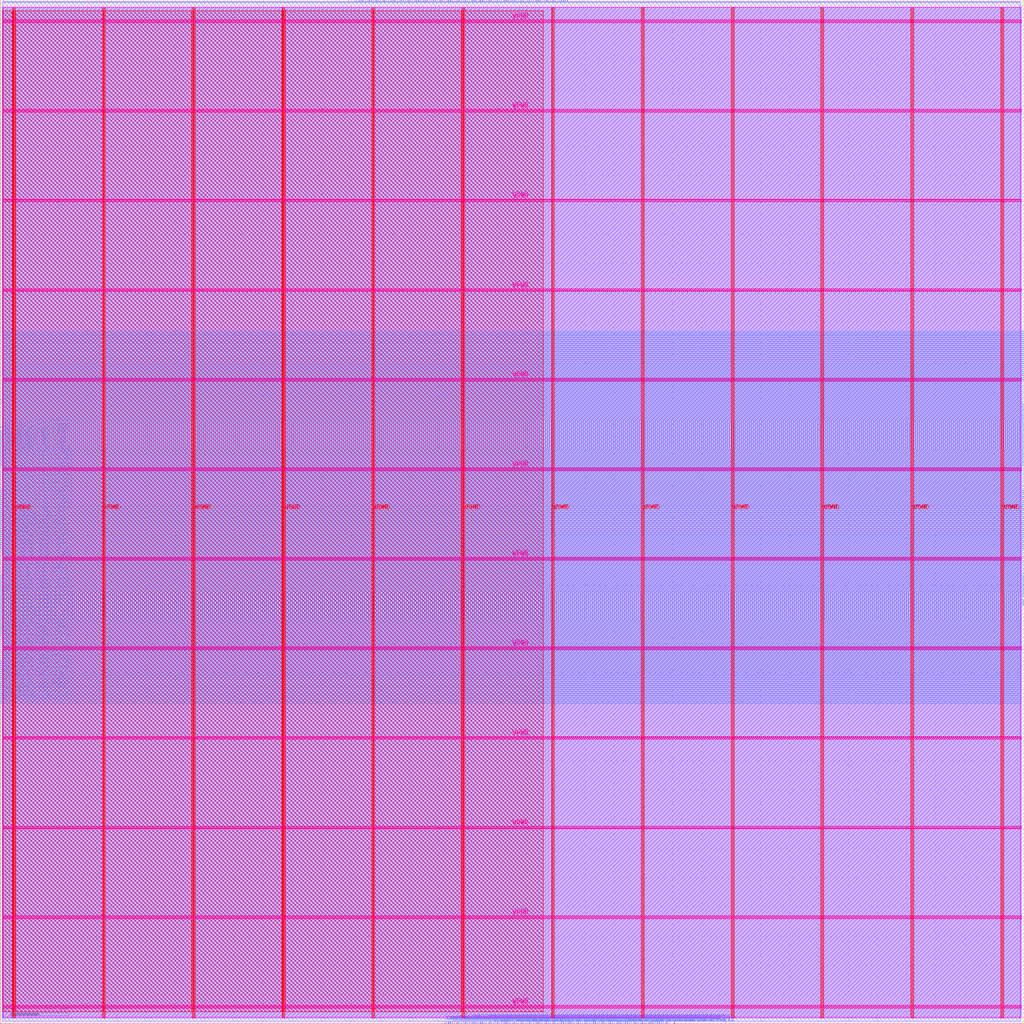
<source format=lef>
VERSION 5.7 ;
  NOWIREEXTENSIONATPIN ON ;
  DIVIDERCHAR "/" ;
  BUSBITCHARS "[]" ;
MACRO systolic_sorter
  CLASS BLOCK ;
  FOREIGN systolic_sorter ;
  ORIGIN 0.000 0.000 ;
  SIZE 1751.000 BY 1751.000 ;
  PIN VGND
    DIRECTION INOUT ;
    USE GROUND ;
    PORT
      LAYER met4 ;
        RECT 24.340 10.640 25.940 1738.320 ;
    END
    PORT
      LAYER met4 ;
        RECT 177.940 10.640 179.540 1738.320 ;
    END
    PORT
      LAYER met4 ;
        RECT 331.540 10.640 333.140 1738.320 ;
    END
    PORT
      LAYER met4 ;
        RECT 485.140 10.640 486.740 1738.320 ;
    END
    PORT
      LAYER met4 ;
        RECT 638.740 10.640 640.340 1738.320 ;
    END
    PORT
      LAYER met4 ;
        RECT 792.340 10.640 793.940 1738.320 ;
    END
    PORT
      LAYER met4 ;
        RECT 945.940 10.640 947.540 1738.320 ;
    END
    PORT
      LAYER met4 ;
        RECT 1099.540 10.640 1101.140 1738.320 ;
    END
    PORT
      LAYER met4 ;
        RECT 1253.140 10.640 1254.740 1738.320 ;
    END
    PORT
      LAYER met4 ;
        RECT 1406.740 10.640 1408.340 1738.320 ;
    END
    PORT
      LAYER met4 ;
        RECT 1560.340 10.640 1561.940 1738.320 ;
    END
    PORT
      LAYER met4 ;
        RECT 1713.940 10.640 1715.540 1738.320 ;
    END
    PORT
      LAYER met5 ;
        RECT 5.280 30.030 1745.480 31.630 ;
    END
    PORT
      LAYER met5 ;
        RECT 5.280 183.210 1745.480 184.810 ;
    END
    PORT
      LAYER met5 ;
        RECT 5.280 336.390 1745.480 337.990 ;
    END
    PORT
      LAYER met5 ;
        RECT 5.280 489.570 1745.480 491.170 ;
    END
    PORT
      LAYER met5 ;
        RECT 5.280 642.750 1745.480 644.350 ;
    END
    PORT
      LAYER met5 ;
        RECT 5.280 795.930 1745.480 797.530 ;
    END
    PORT
      LAYER met5 ;
        RECT 5.280 949.110 1745.480 950.710 ;
    END
    PORT
      LAYER met5 ;
        RECT 5.280 1102.290 1745.480 1103.890 ;
    END
    PORT
      LAYER met5 ;
        RECT 5.280 1255.470 1745.480 1257.070 ;
    END
    PORT
      LAYER met5 ;
        RECT 5.280 1408.650 1745.480 1410.250 ;
    END
    PORT
      LAYER met5 ;
        RECT 5.280 1561.830 1745.480 1563.430 ;
    END
    PORT
      LAYER met5 ;
        RECT 5.280 1715.010 1745.480 1716.610 ;
    END
  END VGND
  PIN VPWR
    DIRECTION INOUT ;
    USE POWER ;
    PORT
      LAYER met4 ;
        RECT 21.040 10.640 22.640 1738.320 ;
    END
    PORT
      LAYER met4 ;
        RECT 174.640 10.640 176.240 1738.320 ;
    END
    PORT
      LAYER met4 ;
        RECT 328.240 10.640 329.840 1738.320 ;
    END
    PORT
      LAYER met4 ;
        RECT 481.840 10.640 483.440 1738.320 ;
    END
    PORT
      LAYER met4 ;
        RECT 635.440 10.640 637.040 1738.320 ;
    END
    PORT
      LAYER met4 ;
        RECT 789.040 10.640 790.640 1738.320 ;
    END
    PORT
      LAYER met4 ;
        RECT 942.640 10.640 944.240 1738.320 ;
    END
    PORT
      LAYER met4 ;
        RECT 1096.240 10.640 1097.840 1738.320 ;
    END
    PORT
      LAYER met4 ;
        RECT 1249.840 10.640 1251.440 1738.320 ;
    END
    PORT
      LAYER met4 ;
        RECT 1403.440 10.640 1405.040 1738.320 ;
    END
    PORT
      LAYER met4 ;
        RECT 1557.040 10.640 1558.640 1738.320 ;
    END
    PORT
      LAYER met4 ;
        RECT 1710.640 10.640 1712.240 1738.320 ;
    END
    PORT
      LAYER met5 ;
        RECT 5.280 26.730 1745.480 28.330 ;
    END
    PORT
      LAYER met5 ;
        RECT 5.280 179.910 1745.480 181.510 ;
    END
    PORT
      LAYER met5 ;
        RECT 5.280 333.090 1745.480 334.690 ;
    END
    PORT
      LAYER met5 ;
        RECT 5.280 486.270 1745.480 487.870 ;
    END
    PORT
      LAYER met5 ;
        RECT 5.280 639.450 1745.480 641.050 ;
    END
    PORT
      LAYER met5 ;
        RECT 5.280 792.630 1745.480 794.230 ;
    END
    PORT
      LAYER met5 ;
        RECT 5.280 945.810 1745.480 947.410 ;
    END
    PORT
      LAYER met5 ;
        RECT 5.280 1098.990 1745.480 1100.590 ;
    END
    PORT
      LAYER met5 ;
        RECT 5.280 1252.170 1745.480 1253.770 ;
    END
    PORT
      LAYER met5 ;
        RECT 5.280 1405.350 1745.480 1406.950 ;
    END
    PORT
      LAYER met5 ;
        RECT 5.280 1558.530 1745.480 1560.130 ;
    END
    PORT
      LAYER met5 ;
        RECT 5.280 1711.710 1745.480 1713.310 ;
    END
  END VPWR
  PIN clk
    DIRECTION INPUT ;
    USE SIGNAL ;
    ANTENNAGATEAREA 1.286700 ;
    ANTENNADIFFAREA 0.434700 ;
    PORT
      LAYER met3 ;
        RECT 0.000 1067.640 4.000 1068.240 ;
    END
  END clk
  PIN in_data_flat[0]
    DIRECTION INPUT ;
    USE SIGNAL ;
    ANTENNAGATEAREA 0.196500 ;
    PORT
      LAYER met3 ;
        RECT 1747.000 741.240 1751.000 741.840 ;
    END
  END in_data_flat[0]
  PIN in_data_flat[100]
    DIRECTION INPUT ;
    USE SIGNAL ;
    ANTENNAGATEAREA 0.196500 ;
    PORT
      LAYER met2 ;
        RECT 1120.650 0.000 1120.930 4.000 ;
    END
  END in_data_flat[100]
  PIN in_data_flat[101]
    DIRECTION INPUT ;
    USE SIGNAL ;
    ANTENNAGATEAREA 0.196500 ;
    PORT
      LAYER met2 ;
        RECT 1101.330 0.000 1101.610 4.000 ;
    END
  END in_data_flat[101]
  PIN in_data_flat[102]
    DIRECTION INPUT ;
    USE SIGNAL ;
    ANTENNAGATEAREA 0.196500 ;
    PORT
      LAYER met2 ;
        RECT 1059.470 0.000 1059.750 4.000 ;
    END
  END in_data_flat[102]
  PIN in_data_flat[103]
    DIRECTION INPUT ;
    USE SIGNAL ;
    ANTENNAGATEAREA 0.196500 ;
    PORT
      LAYER met2 ;
        RECT 1056.250 0.000 1056.530 4.000 ;
    END
  END in_data_flat[103]
  PIN in_data_flat[104]
    DIRECTION INPUT ;
    USE SIGNAL ;
    ANTENNAGATEAREA 0.196500 ;
    PORT
      LAYER met3 ;
        RECT 1747.000 897.640 1751.000 898.240 ;
    END
  END in_data_flat[104]
  PIN in_data_flat[105]
    DIRECTION INPUT ;
    USE SIGNAL ;
    ANTENNAGATEAREA 0.196500 ;
    PORT
      LAYER met3 ;
        RECT 1747.000 928.240 1751.000 928.840 ;
    END
  END in_data_flat[105]
  PIN in_data_flat[106]
    DIRECTION INPUT ;
    USE SIGNAL ;
    ANTENNAGATEAREA 0.213000 ;
    PORT
      LAYER met3 ;
        RECT 1747.000 1183.240 1751.000 1183.840 ;
    END
  END in_data_flat[106]
  PIN in_data_flat[107]
    DIRECTION INPUT ;
    USE SIGNAL ;
    ANTENNAGATEAREA 0.196500 ;
    PORT
      LAYER met3 ;
        RECT 1747.000 962.240 1751.000 962.840 ;
    END
  END in_data_flat[107]
  PIN in_data_flat[108]
    DIRECTION INPUT ;
    USE SIGNAL ;
    ANTENNAGATEAREA 0.196500 ;
    PORT
      LAYER met3 ;
        RECT 1747.000 1166.240 1751.000 1166.840 ;
    END
  END in_data_flat[108]
  PIN in_data_flat[109]
    DIRECTION INPUT ;
    USE SIGNAL ;
    ANTENNAGATEAREA 0.196500 ;
    PORT
      LAYER met3 ;
        RECT 1747.000 1142.440 1751.000 1143.040 ;
    END
  END in_data_flat[109]
  PIN in_data_flat[10]
    DIRECTION INPUT ;
    USE SIGNAL ;
    ANTENNAGATEAREA 0.196500 ;
    PORT
      LAYER met3 ;
        RECT 1747.000 958.840 1751.000 959.440 ;
    END
  END in_data_flat[10]
  PIN in_data_flat[110]
    DIRECTION INPUT ;
    USE SIGNAL ;
    ANTENNAGATEAREA 0.196500 ;
    PORT
      LAYER met3 ;
        RECT 1747.000 1159.440 1751.000 1160.040 ;
    END
  END in_data_flat[110]
  PIN in_data_flat[111]
    DIRECTION INPUT ;
    USE SIGNAL ;
    ANTENNAGATEAREA 0.196500 ;
    PORT
      LAYER met3 ;
        RECT 1747.000 1084.640 1751.000 1085.240 ;
    END
  END in_data_flat[111]
  PIN in_data_flat[112]
    DIRECTION INPUT ;
    USE SIGNAL ;
    ANTENNAGATEAREA 0.213000 ;
    PORT
      LAYER met3 ;
        RECT 0.000 1009.840 4.000 1010.440 ;
    END
  END in_data_flat[112]
  PIN in_data_flat[113]
    DIRECTION INPUT ;
    USE SIGNAL ;
    ANTENNAGATEAREA 0.213000 ;
    PORT
      LAYER met3 ;
        RECT 0.000 935.040 4.000 935.640 ;
    END
  END in_data_flat[113]
  PIN in_data_flat[114]
    DIRECTION INPUT ;
    USE SIGNAL ;
    ANTENNAGATEAREA 0.196500 ;
    PORT
      LAYER met3 ;
        RECT 0.000 758.240 4.000 758.840 ;
    END
  END in_data_flat[114]
  PIN in_data_flat[115]
    DIRECTION INPUT ;
    USE SIGNAL ;
    ANTENNAGATEAREA 0.213000 ;
    PORT
      LAYER met3 ;
        RECT 0.000 547.440 4.000 548.040 ;
    END
  END in_data_flat[115]
  PIN in_data_flat[116]
    DIRECTION INPUT ;
    USE SIGNAL ;
    ANTENNAGATEAREA 0.196500 ;
    PORT
      LAYER met3 ;
        RECT 0.000 561.040 4.000 561.640 ;
    END
  END in_data_flat[116]
  PIN in_data_flat[117]
    DIRECTION INPUT ;
    USE SIGNAL ;
    ANTENNAGATEAREA 0.196500 ;
    PORT
      LAYER met3 ;
        RECT 0.000 588.240 4.000 588.840 ;
    END
  END in_data_flat[117]
  PIN in_data_flat[118]
    DIRECTION INPUT ;
    USE SIGNAL ;
    ANTENNAGATEAREA 0.196500 ;
    PORT
      LAYER met3 ;
        RECT 0.000 632.440 4.000 633.040 ;
    END
  END in_data_flat[118]
  PIN in_data_flat[119]
    DIRECTION INPUT ;
    USE SIGNAL ;
    ANTENNAGATEAREA 0.126000 ;
    PORT
      LAYER met3 ;
        RECT 0.000 720.840 4.000 721.440 ;
    END
  END in_data_flat[119]
  PIN in_data_flat[11]
    DIRECTION INPUT ;
    USE SIGNAL ;
    ANTENNAGATEAREA 0.196500 ;
    PORT
      LAYER met3 ;
        RECT 1747.000 999.640 1751.000 1000.240 ;
    END
  END in_data_flat[11]
  PIN in_data_flat[120]
    DIRECTION INPUT ;
    USE SIGNAL ;
    ANTENNAGATEAREA 0.196500 ;
    PORT
      LAYER met2 ;
        RECT 721.370 1747.000 721.650 1751.000 ;
    END
  END in_data_flat[120]
  PIN in_data_flat[121]
    DIRECTION INPUT ;
    USE SIGNAL ;
    ANTENNAGATEAREA 0.247500 ;
    PORT
      LAYER met3 ;
        RECT 0.000 884.040 4.000 884.640 ;
    END
  END in_data_flat[121]
  PIN in_data_flat[122]
    DIRECTION INPUT ;
    USE SIGNAL ;
    ANTENNAGATEAREA 0.126000 ;
    PORT
      LAYER met2 ;
        RECT 734.250 1747.000 734.530 1751.000 ;
    END
  END in_data_flat[122]
  PIN in_data_flat[123]
    DIRECTION INPUT ;
    USE SIGNAL ;
    ANTENNAGATEAREA 0.196500 ;
    PORT
      LAYER met2 ;
        RECT 737.470 1747.000 737.750 1751.000 ;
    END
  END in_data_flat[123]
  PIN in_data_flat[124]
    DIRECTION INPUT ;
    USE SIGNAL ;
    ANTENNAGATEAREA 0.196500 ;
    PORT
      LAYER met2 ;
        RECT 718.150 1747.000 718.430 1751.000 ;
    END
  END in_data_flat[124]
  PIN in_data_flat[125]
    DIRECTION INPUT ;
    USE SIGNAL ;
    ANTENNAGATEAREA 0.196500 ;
    PORT
      LAYER met2 ;
        RECT 743.910 1747.000 744.190 1751.000 ;
    END
  END in_data_flat[125]
  PIN in_data_flat[126]
    DIRECTION INPUT ;
    USE SIGNAL ;
    ANTENNAGATEAREA 0.196500 ;
    PORT
      LAYER met2 ;
        RECT 747.130 1747.000 747.410 1751.000 ;
    END
  END in_data_flat[126]
  PIN in_data_flat[127]
    DIRECTION INPUT ;
    USE SIGNAL ;
    ANTENNAGATEAREA 0.196500 ;
    PORT
      LAYER met2 ;
        RECT 753.570 1747.000 753.850 1751.000 ;
    END
  END in_data_flat[127]
  PIN in_data_flat[128]
    DIRECTION INPUT ;
    USE SIGNAL ;
    ANTENNAGATEAREA 0.852000 ;
    PORT
      LAYER met3 ;
        RECT 1747.000 870.440 1751.000 871.040 ;
    END
  END in_data_flat[128]
  PIN in_data_flat[129]
    DIRECTION INPUT ;
    USE SIGNAL ;
    ANTENNAGATEAREA 0.196500 ;
    PORT
      LAYER met2 ;
        RECT 991.850 0.000 992.130 4.000 ;
    END
  END in_data_flat[129]
  PIN in_data_flat[12]
    DIRECTION INPUT ;
    USE SIGNAL ;
    ANTENNAGATEAREA 0.196500 ;
    PORT
      LAYER met3 ;
        RECT 1747.000 1040.440 1751.000 1041.040 ;
    END
  END in_data_flat[12]
  PIN in_data_flat[130]
    DIRECTION INPUT ;
    USE SIGNAL ;
    ANTENNAGATEAREA 0.196500 ;
    PORT
      LAYER met2 ;
        RECT 1014.390 0.000 1014.670 4.000 ;
    END
  END in_data_flat[130]
  PIN in_data_flat[131]
    DIRECTION INPUT ;
    USE SIGNAL ;
    ANTENNAGATEAREA 0.196500 ;
    PORT
      LAYER met2 ;
        RECT 1027.270 0.000 1027.550 4.000 ;
    END
  END in_data_flat[131]
  PIN in_data_flat[132]
    DIRECTION INPUT ;
    USE SIGNAL ;
    ANTENNAGATEAREA 0.196500 ;
    PORT
      LAYER met2 ;
        RECT 1078.790 0.000 1079.070 4.000 ;
    END
  END in_data_flat[132]
  PIN in_data_flat[133]
    DIRECTION INPUT ;
    USE SIGNAL ;
    ANTENNAGATEAREA 0.196500 ;
    PORT
      LAYER met2 ;
        RECT 1007.950 0.000 1008.230 4.000 ;
    END
  END in_data_flat[133]
  PIN in_data_flat[134]
    DIRECTION INPUT ;
    USE SIGNAL ;
    ANTENNAGATEAREA 0.196500 ;
    PORT
      LAYER met2 ;
        RECT 1017.610 0.000 1017.890 4.000 ;
    END
  END in_data_flat[134]
  PIN in_data_flat[135]
    DIRECTION INPUT ;
    USE SIGNAL ;
    ANTENNAGATEAREA 0.196500 ;
    PORT
      LAYER met2 ;
        RECT 1020.830 0.000 1021.110 4.000 ;
    END
  END in_data_flat[135]
  PIN in_data_flat[136]
    DIRECTION INPUT ;
    USE SIGNAL ;
    ANTENNAGATEAREA 0.196500 ;
    PORT
      LAYER met3 ;
        RECT 1747.000 890.840 1751.000 891.440 ;
    END
  END in_data_flat[136]
  PIN in_data_flat[137]
    DIRECTION INPUT ;
    USE SIGNAL ;
    ANTENNAGATEAREA 0.196500 ;
    PORT
      LAYER met3 ;
        RECT 1747.000 914.640 1751.000 915.240 ;
    END
  END in_data_flat[137]
  PIN in_data_flat[138]
    DIRECTION INPUT ;
    USE SIGNAL ;
    ANTENNAGATEAREA 0.196500 ;
    PORT
      LAYER met3 ;
        RECT 1747.000 1013.240 1751.000 1013.840 ;
    END
  END in_data_flat[138]
  PIN in_data_flat[139]
    DIRECTION INPUT ;
    USE SIGNAL ;
    ANTENNAGATEAREA 0.196500 ;
    PORT
      LAYER met3 ;
        RECT 1747.000 969.040 1751.000 969.640 ;
    END
  END in_data_flat[139]
  PIN in_data_flat[13]
    DIRECTION INPUT ;
    USE SIGNAL ;
    ANTENNAGATEAREA 0.196500 ;
    PORT
      LAYER met3 ;
        RECT 1747.000 1135.640 1751.000 1136.240 ;
    END
  END in_data_flat[13]
  PIN in_data_flat[140]
    DIRECTION INPUT ;
    USE SIGNAL ;
    ANTENNAGATEAREA 0.196500 ;
    PORT
      LAYER met3 ;
        RECT 1747.000 1118.640 1751.000 1119.240 ;
    END
  END in_data_flat[140]
  PIN in_data_flat[141]
    DIRECTION INPUT ;
    USE SIGNAL ;
    ANTENNAGATEAREA 0.742500 ;
    PORT
      LAYER met2 ;
        RECT 995.070 1747.000 995.350 1751.000 ;
    END
  END in_data_flat[141]
  PIN in_data_flat[142]
    DIRECTION INPUT ;
    USE SIGNAL ;
    ANTENNAGATEAREA 0.196500 ;
    PORT
      LAYER met3 ;
        RECT 1747.000 1122.040 1751.000 1122.640 ;
    END
  END in_data_flat[142]
  PIN in_data_flat[143]
    DIRECTION INPUT ;
    USE SIGNAL ;
    ANTENNAGATEAREA 0.196500 ;
    PORT
      LAYER met3 ;
        RECT 1747.000 1023.440 1751.000 1024.040 ;
    END
  END in_data_flat[143]
  PIN in_data_flat[144]
    DIRECTION INPUT ;
    USE SIGNAL ;
    ANTENNAGATEAREA 0.196500 ;
    PORT
      LAYER met3 ;
        RECT 0.000 853.440 4.000 854.040 ;
    END
  END in_data_flat[144]
  PIN in_data_flat[145]
    DIRECTION INPUT ;
    USE SIGNAL ;
    ANTENNAGATEAREA 0.196500 ;
    PORT
      LAYER met3 ;
        RECT 0.000 989.440 4.000 990.040 ;
    END
  END in_data_flat[145]
  PIN in_data_flat[146]
    DIRECTION INPUT ;
    USE SIGNAL ;
    ANTENNAGATEAREA 0.196500 ;
    PORT
      LAYER met3 ;
        RECT 0.000 761.640 4.000 762.240 ;
    END
  END in_data_flat[146]
  PIN in_data_flat[147]
    DIRECTION INPUT ;
    USE SIGNAL ;
    ANTENNAGATEAREA 0.196500 ;
    PORT
      LAYER met3 ;
        RECT 0.000 737.840 4.000 738.440 ;
    END
  END in_data_flat[147]
  PIN in_data_flat[148]
    DIRECTION INPUT ;
    USE SIGNAL ;
    ANTENNAGATEAREA 0.196500 ;
    PORT
      LAYER met3 ;
        RECT 0.000 673.240 4.000 673.840 ;
    END
  END in_data_flat[148]
  PIN in_data_flat[149]
    DIRECTION INPUT ;
    USE SIGNAL ;
    ANTENNAGATEAREA 0.196500 ;
    PORT
      LAYER met3 ;
        RECT 0.000 618.840 4.000 619.440 ;
    END
  END in_data_flat[149]
  PIN in_data_flat[14]
    DIRECTION INPUT ;
    USE SIGNAL ;
    ANTENNAGATEAREA 0.196500 ;
    PORT
      LAYER met3 ;
        RECT 1747.000 1091.440 1751.000 1092.040 ;
    END
  END in_data_flat[14]
  PIN in_data_flat[150]
    DIRECTION INPUT ;
    USE SIGNAL ;
    ANTENNAGATEAREA 0.196500 ;
    PORT
      LAYER met3 ;
        RECT 0.000 659.640 4.000 660.240 ;
    END
  END in_data_flat[150]
  PIN in_data_flat[151]
    DIRECTION INPUT ;
    USE SIGNAL ;
    ANTENNAGATEAREA 0.196500 ;
    PORT
      LAYER met3 ;
        RECT 0.000 686.840 4.000 687.440 ;
    END
  END in_data_flat[151]
  PIN in_data_flat[152]
    DIRECTION INPUT ;
    USE SIGNAL ;
    ANTENNAGATEAREA 0.126000 ;
    PORT
      LAYER met3 ;
        RECT 0.000 901.040 4.000 901.640 ;
    END
  END in_data_flat[152]
  PIN in_data_flat[153]
    DIRECTION INPUT ;
    USE SIGNAL ;
    ANTENNAGATEAREA 0.196500 ;
    PORT
      LAYER met3 ;
        RECT 0.000 873.840 4.000 874.440 ;
    END
  END in_data_flat[153]
  PIN in_data_flat[154]
    DIRECTION INPUT ;
    USE SIGNAL ;
    ANTENNAGATEAREA 0.196500 ;
    PORT
      LAYER met3 ;
        RECT 0.000 986.040 4.000 986.640 ;
    END
  END in_data_flat[154]
  PIN in_data_flat[155]
    DIRECTION INPUT ;
    USE SIGNAL ;
    ANTENNAGATEAREA 0.126000 ;
    PORT
      LAYER met2 ;
        RECT 695.610 1747.000 695.890 1751.000 ;
    END
  END in_data_flat[155]
  PIN in_data_flat[156]
    DIRECTION INPUT ;
    USE SIGNAL ;
    ANTENNAGATEAREA 0.196500 ;
    PORT
      LAYER met2 ;
        RECT 698.830 1747.000 699.110 1751.000 ;
    END
  END in_data_flat[156]
  PIN in_data_flat[157]
    DIRECTION INPUT ;
    USE SIGNAL ;
    ANTENNAGATEAREA 0.196500 ;
    PORT
      LAYER met2 ;
        RECT 702.050 1747.000 702.330 1751.000 ;
    END
  END in_data_flat[157]
  PIN in_data_flat[158]
    DIRECTION INPUT ;
    USE SIGNAL ;
    ANTENNAGATEAREA 0.196500 ;
    PORT
      LAYER met2 ;
        RECT 692.390 1747.000 692.670 1751.000 ;
    END
  END in_data_flat[158]
  PIN in_data_flat[159]
    DIRECTION INPUT ;
    USE SIGNAL ;
    ANTENNAGATEAREA 0.196500 ;
    PORT
      LAYER met2 ;
        RECT 705.270 1747.000 705.550 1751.000 ;
    END
  END in_data_flat[159]
  PIN in_data_flat[15]
    DIRECTION INPUT ;
    USE SIGNAL ;
    ANTENNAGATEAREA 0.196500 ;
    PORT
      LAYER met3 ;
        RECT 1747.000 1020.040 1751.000 1020.640 ;
    END
  END in_data_flat[15]
  PIN in_data_flat[160]
    DIRECTION INPUT ;
    USE SIGNAL ;
    ANTENNAGATEAREA 0.196500 ;
    PORT
      LAYER met2 ;
        RECT 969.310 0.000 969.590 4.000 ;
    END
  END in_data_flat[160]
  PIN in_data_flat[161]
    DIRECTION INPUT ;
    USE SIGNAL ;
    ANTENNAGATEAREA 0.196500 ;
    PORT
      LAYER met2 ;
        RECT 959.650 0.000 959.930 4.000 ;
    END
  END in_data_flat[161]
  PIN in_data_flat[162]
    DIRECTION INPUT ;
    USE SIGNAL ;
    ANTENNAGATEAREA 0.196500 ;
    PORT
      LAYER met2 ;
        RECT 972.530 0.000 972.810 4.000 ;
    END
  END in_data_flat[162]
  PIN in_data_flat[163]
    DIRECTION INPUT ;
    USE SIGNAL ;
    ANTENNAGATEAREA 0.196500 ;
    PORT
      LAYER met2 ;
        RECT 962.870 0.000 963.150 4.000 ;
    END
  END in_data_flat[163]
  PIN in_data_flat[164]
    DIRECTION INPUT ;
    USE SIGNAL ;
    ANTENNAGATEAREA 0.196500 ;
    PORT
      LAYER met2 ;
        RECT 982.190 0.000 982.470 4.000 ;
    END
  END in_data_flat[164]
  PIN in_data_flat[165]
    DIRECTION INPUT ;
    USE SIGNAL ;
    ANTENNAGATEAREA 0.196500 ;
    PORT
      LAYER met2 ;
        RECT 956.430 0.000 956.710 4.000 ;
    END
  END in_data_flat[165]
  PIN in_data_flat[166]
    DIRECTION INPUT ;
    USE SIGNAL ;
    ANTENNAGATEAREA 0.196500 ;
    PORT
      LAYER met2 ;
        RECT 978.970 0.000 979.250 4.000 ;
    END
  END in_data_flat[166]
  PIN in_data_flat[167]
    DIRECTION INPUT ;
    USE SIGNAL ;
    ANTENNAGATEAREA 0.196500 ;
    PORT
      LAYER met2 ;
        RECT 975.750 0.000 976.030 4.000 ;
    END
  END in_data_flat[167]
  PIN in_data_flat[168]
    DIRECTION INPUT ;
    USE SIGNAL ;
    ANTENNAGATEAREA 0.742500 ;
    PORT
      LAYER met2 ;
        RECT 966.090 0.000 966.370 4.000 ;
    END
  END in_data_flat[168]
  PIN in_data_flat[169]
    DIRECTION INPUT ;
    USE SIGNAL ;
    ANTENNAGATEAREA 0.213000 ;
    PORT
      LAYER met3 ;
        RECT 1747.000 765.040 1751.000 765.640 ;
    END
  END in_data_flat[169]
  PIN in_data_flat[16]
    DIRECTION INPUT ;
    USE SIGNAL ;
    ANTENNAGATEAREA 0.247500 ;
    PORT
      LAYER met2 ;
        RECT 760.010 0.000 760.290 4.000 ;
    END
  END in_data_flat[16]
  PIN in_data_flat[170]
    DIRECTION INPUT ;
    USE SIGNAL ;
    ANTENNAGATEAREA 0.196500 ;
    PORT
      LAYER met3 ;
        RECT 1747.000 989.440 1751.000 990.040 ;
    END
  END in_data_flat[170]
  PIN in_data_flat[171]
    DIRECTION INPUT ;
    USE SIGNAL ;
    ANTENNAGATEAREA 0.126000 ;
    PORT
      LAYER met3 ;
        RECT 1747.000 955.440 1751.000 956.040 ;
    END
  END in_data_flat[171]
  PIN in_data_flat[172]
    DIRECTION INPUT ;
    USE SIGNAL ;
    ANTENNAGATEAREA 0.126000 ;
    PORT
      LAYER met3 ;
        RECT 1747.000 1064.240 1751.000 1064.840 ;
    END
  END in_data_flat[172]
  PIN in_data_flat[173]
    DIRECTION INPUT ;
    USE SIGNAL ;
    ANTENNAGATEAREA 0.426000 ;
    PORT
      LAYER met2 ;
        RECT 969.310 1747.000 969.590 1751.000 ;
    END
  END in_data_flat[173]
  PIN in_data_flat[174]
    DIRECTION INPUT ;
    USE SIGNAL ;
    ANTENNAGATEAREA 0.213000 ;
    PORT
      LAYER met2 ;
        RECT 966.090 1747.000 966.370 1751.000 ;
    END
  END in_data_flat[174]
  PIN in_data_flat[175]
    DIRECTION INPUT ;
    USE SIGNAL ;
    ANTENNAGATEAREA 0.196500 ;
    PORT
      LAYER met3 ;
        RECT 1747.000 1016.640 1751.000 1017.240 ;
    END
  END in_data_flat[175]
  PIN in_data_flat[176]
    DIRECTION INPUT ;
    USE SIGNAL ;
    ANTENNAGATEAREA 0.196500 ;
    PORT
      LAYER met3 ;
        RECT 0.000 843.240 4.000 843.840 ;
    END
  END in_data_flat[176]
  PIN in_data_flat[177]
    DIRECTION INPUT ;
    USE SIGNAL ;
    ANTENNAGATEAREA 0.196500 ;
    PORT
      LAYER met3 ;
        RECT 0.000 833.040 4.000 833.640 ;
    END
  END in_data_flat[177]
  PIN in_data_flat[178]
    DIRECTION INPUT ;
    USE SIGNAL ;
    ANTENNAGATEAREA 0.196500 ;
    PORT
      LAYER met3 ;
        RECT 0.000 768.440 4.000 769.040 ;
    END
  END in_data_flat[178]
  PIN in_data_flat[179]
    DIRECTION INPUT ;
    USE SIGNAL ;
    ANTENNAGATEAREA 0.196500 ;
    PORT
      LAYER met3 ;
        RECT 0.000 646.040 4.000 646.640 ;
    END
  END in_data_flat[179]
  PIN in_data_flat[17]
    DIRECTION INPUT ;
    USE SIGNAL ;
    ANTENNAGATEAREA 0.426000 ;
    PORT
      LAYER met2 ;
        RECT 850.170 0.000 850.450 4.000 ;
    END
  END in_data_flat[17]
  PIN in_data_flat[180]
    DIRECTION INPUT ;
    USE SIGNAL ;
    ANTENNAGATEAREA 0.196500 ;
    PORT
      LAYER met3 ;
        RECT 0.000 652.840 4.000 653.440 ;
    END
  END in_data_flat[180]
  PIN in_data_flat[181]
    DIRECTION INPUT ;
    USE SIGNAL ;
    ANTENNAGATEAREA 0.196500 ;
    PORT
      LAYER met3 ;
        RECT 0.000 625.640 4.000 626.240 ;
    END
  END in_data_flat[181]
  PIN in_data_flat[182]
    DIRECTION INPUT ;
    USE SIGNAL ;
    ANTENNAGATEAREA 0.196500 ;
    PORT
      LAYER met3 ;
        RECT 0.000 669.840 4.000 670.440 ;
    END
  END in_data_flat[182]
  PIN in_data_flat[183]
    DIRECTION INPUT ;
    USE SIGNAL ;
    ANTENNAGATEAREA 0.196500 ;
    PORT
      LAYER met3 ;
        RECT 0.000 714.040 4.000 714.640 ;
    END
  END in_data_flat[183]
  PIN in_data_flat[184]
    DIRECTION INPUT ;
    USE SIGNAL ;
    ANTENNAGATEAREA 0.196500 ;
    PORT
      LAYER met3 ;
        RECT 0.000 894.240 4.000 894.840 ;
    END
  END in_data_flat[184]
  PIN in_data_flat[185]
    DIRECTION INPUT ;
    USE SIGNAL ;
    ANTENNAGATEAREA 0.196500 ;
    PORT
      LAYER met3 ;
        RECT 0.000 870.440 4.000 871.040 ;
    END
  END in_data_flat[185]
  PIN in_data_flat[186]
    DIRECTION INPUT ;
    USE SIGNAL ;
    ANTENNAGATEAREA 0.196500 ;
    PORT
      LAYER met3 ;
        RECT 0.000 941.840 4.000 942.440 ;
    END
  END in_data_flat[186]
  PIN in_data_flat[187]
    DIRECTION INPUT ;
    USE SIGNAL ;
    ANTENNAGATEAREA 0.196500 ;
    PORT
      LAYER met3 ;
        RECT 0.000 982.640 4.000 983.240 ;
    END
  END in_data_flat[187]
  PIN in_data_flat[188]
    DIRECTION INPUT ;
    USE SIGNAL ;
    ANTENNAGATEAREA 0.196500 ;
    PORT
      LAYER met2 ;
        RECT 656.970 1747.000 657.250 1751.000 ;
    END
  END in_data_flat[188]
  PIN in_data_flat[189]
    DIRECTION INPUT ;
    USE SIGNAL ;
    ANTENNAGATEAREA 0.196500 ;
    PORT
      LAYER met2 ;
        RECT 660.190 1747.000 660.470 1751.000 ;
    END
  END in_data_flat[189]
  PIN in_data_flat[18]
    DIRECTION INPUT ;
    USE SIGNAL ;
    ANTENNAGATEAREA 0.247500 ;
    PORT
      LAYER met2 ;
        RECT 859.830 0.000 860.110 4.000 ;
    END
  END in_data_flat[18]
  PIN in_data_flat[190]
    DIRECTION INPUT ;
    USE SIGNAL ;
    ANTENNAGATEAREA 0.196500 ;
    PORT
      LAYER met2 ;
        RECT 666.630 1747.000 666.910 1751.000 ;
    END
  END in_data_flat[190]
  PIN in_data_flat[191]
    DIRECTION INPUT ;
    USE SIGNAL ;
    ANTENNAGATEAREA 0.196500 ;
    PORT
      LAYER met2 ;
        RECT 673.070 1747.000 673.350 1751.000 ;
    END
  END in_data_flat[191]
  PIN in_data_flat[192]
    DIRECTION INPUT ;
    USE SIGNAL ;
    ANTENNAGATEAREA 0.196500 ;
    PORT
      LAYER met2 ;
        RECT 930.670 0.000 930.950 4.000 ;
    END
  END in_data_flat[192]
  PIN in_data_flat[193]
    DIRECTION INPUT ;
    USE SIGNAL ;
    ANTENNAGATEAREA 0.196500 ;
    PORT
      LAYER met2 ;
        RECT 898.470 0.000 898.750 4.000 ;
    END
  END in_data_flat[193]
  PIN in_data_flat[194]
    DIRECTION INPUT ;
    USE SIGNAL ;
    ANTENNAGATEAREA 0.196500 ;
    PORT
      LAYER met2 ;
        RECT 924.230 0.000 924.510 4.000 ;
    END
  END in_data_flat[194]
  PIN in_data_flat[195]
    DIRECTION INPUT ;
    USE SIGNAL ;
    ANTENNAGATEAREA 0.196500 ;
    PORT
      LAYER met2 ;
        RECT 914.570 0.000 914.850 4.000 ;
    END
  END in_data_flat[195]
  PIN in_data_flat[196]
    DIRECTION INPUT ;
    USE SIGNAL ;
    ANTENNAGATEAREA 0.196500 ;
    PORT
      LAYER met2 ;
        RECT 785.770 0.000 786.050 4.000 ;
    END
  END in_data_flat[196]
  PIN in_data_flat[197]
    DIRECTION INPUT ;
    USE SIGNAL ;
    ANTENNAGATEAREA 0.196500 ;
    PORT
      LAYER met2 ;
        RECT 917.790 0.000 918.070 4.000 ;
    END
  END in_data_flat[197]
  PIN in_data_flat[198]
    DIRECTION INPUT ;
    USE SIGNAL ;
    ANTENNAGATEAREA 0.196500 ;
    PORT
      LAYER met2 ;
        RECT 937.110 0.000 937.390 4.000 ;
    END
  END in_data_flat[198]
  PIN in_data_flat[199]
    DIRECTION INPUT ;
    USE SIGNAL ;
    ANTENNAGATEAREA 0.196500 ;
    PORT
      LAYER met2 ;
        RECT 940.330 0.000 940.610 4.000 ;
    END
  END in_data_flat[199]
  PIN in_data_flat[19]
    DIRECTION INPUT ;
    USE SIGNAL ;
    ANTENNAGATEAREA 0.247500 ;
    PORT
      LAYER met2 ;
        RECT 853.390 0.000 853.670 4.000 ;
    END
  END in_data_flat[19]
  PIN in_data_flat[1]
    DIRECTION INPUT ;
    USE SIGNAL ;
    ANTENNAGATEAREA 0.196500 ;
    PORT
      LAYER met3 ;
        RECT 1747.000 843.240 1751.000 843.840 ;
    END
  END in_data_flat[1]
  PIN in_data_flat[200]
    DIRECTION INPUT ;
    USE SIGNAL ;
    ANTENNAGATEAREA 0.426000 ;
    PORT
      LAYER met2 ;
        RECT 921.010 0.000 921.290 4.000 ;
    END
  END in_data_flat[200]
  PIN in_data_flat[201]
    DIRECTION INPUT ;
    USE SIGNAL ;
    ANTENNAGATEAREA 0.426000 ;
    PORT
      LAYER met2 ;
        RECT 927.450 0.000 927.730 4.000 ;
    END
  END in_data_flat[201]
  PIN in_data_flat[202]
    DIRECTION INPUT ;
    USE SIGNAL ;
    ANTENNAGATEAREA 0.213000 ;
    PORT
      LAYER met3 ;
        RECT 1747.000 975.840 1751.000 976.440 ;
    END
  END in_data_flat[202]
  PIN in_data_flat[203]
    DIRECTION INPUT ;
    USE SIGNAL ;
    ANTENNAGATEAREA 0.213000 ;
    PORT
      LAYER met3 ;
        RECT 1747.000 952.040 1751.000 952.640 ;
    END
  END in_data_flat[203]
  PIN in_data_flat[204]
    DIRECTION INPUT ;
    USE SIGNAL ;
    ANTENNAGATEAREA 0.196500 ;
    PORT
      LAYER met2 ;
        RECT 946.770 1747.000 947.050 1751.000 ;
    END
  END in_data_flat[204]
  PIN in_data_flat[205]
    DIRECTION INPUT ;
    USE SIGNAL ;
    ANTENNAGATEAREA 0.196500 ;
    PORT
      LAYER met2 ;
        RECT 921.010 1747.000 921.290 1751.000 ;
    END
  END in_data_flat[205]
  PIN in_data_flat[206]
    DIRECTION INPUT ;
    USE SIGNAL ;
    ANTENNAGATEAREA 0.196500 ;
    PORT
      LAYER met2 ;
        RECT 914.570 1747.000 914.850 1751.000 ;
    END
  END in_data_flat[206]
  PIN in_data_flat[207]
    DIRECTION INPUT ;
    USE SIGNAL ;
    ANTENNAGATEAREA 0.213000 ;
    PORT
      LAYER met3 ;
        RECT 1747.000 1003.040 1751.000 1003.640 ;
    END
  END in_data_flat[207]
  PIN in_data_flat[208]
    DIRECTION INPUT ;
    USE SIGNAL ;
    ANTENNAGATEAREA 0.196500 ;
    PORT
      LAYER met3 ;
        RECT 0.000 931.640 4.000 932.240 ;
    END
  END in_data_flat[208]
  PIN in_data_flat[209]
    DIRECTION INPUT ;
    USE SIGNAL ;
    ANTENNAGATEAREA 0.213000 ;
    PORT
      LAYER met3 ;
        RECT 0.000 1003.040 4.000 1003.640 ;
    END
  END in_data_flat[209]
  PIN in_data_flat[20]
    DIRECTION INPUT ;
    USE SIGNAL ;
    ANTENNAGATEAREA 0.196500 ;
    PORT
      LAYER met2 ;
        RECT 843.730 0.000 844.010 4.000 ;
    END
  END in_data_flat[20]
  PIN in_data_flat[210]
    DIRECTION INPUT ;
    USE SIGNAL ;
    ANTENNAGATEAREA 0.196500 ;
    PORT
      LAYER met3 ;
        RECT 0.000 765.040 4.000 765.640 ;
    END
  END in_data_flat[210]
  PIN in_data_flat[211]
    DIRECTION INPUT ;
    USE SIGNAL ;
    ANTENNAGATEAREA 0.213000 ;
    PORT
      LAYER met3 ;
        RECT 0.000 564.440 4.000 565.040 ;
    END
  END in_data_flat[211]
  PIN in_data_flat[212]
    DIRECTION INPUT ;
    USE SIGNAL ;
    ANTENNAGATEAREA 0.196500 ;
    PORT
      LAYER met3 ;
        RECT 0.000 591.640 4.000 592.240 ;
    END
  END in_data_flat[212]
  PIN in_data_flat[213]
    DIRECTION INPUT ;
    USE SIGNAL ;
    ANTENNAGATEAREA 0.196500 ;
    PORT
      LAYER met3 ;
        RECT 0.000 608.640 4.000 609.240 ;
    END
  END in_data_flat[213]
  PIN in_data_flat[214]
    DIRECTION INPUT ;
    USE SIGNAL ;
    ANTENNAGATEAREA 0.196500 ;
    PORT
      LAYER met3 ;
        RECT 0.000 663.040 4.000 663.640 ;
    END
  END in_data_flat[214]
  PIN in_data_flat[215]
    DIRECTION INPUT ;
    USE SIGNAL ;
    ANTENNAGATEAREA 0.196500 ;
    PORT
      LAYER met3 ;
        RECT 0.000 571.240 4.000 571.840 ;
    END
  END in_data_flat[215]
  PIN in_data_flat[216]
    DIRECTION INPUT ;
    USE SIGNAL ;
    ANTENNAGATEAREA 0.196500 ;
    PORT
      LAYER met3 ;
        RECT 0.000 887.440 4.000 888.040 ;
    END
  END in_data_flat[216]
  PIN in_data_flat[217]
    DIRECTION INPUT ;
    USE SIGNAL ;
    ANTENNAGATEAREA 0.196500 ;
    PORT
      LAYER met3 ;
        RECT 0.000 860.240 4.000 860.840 ;
    END
  END in_data_flat[217]
  PIN in_data_flat[218]
    DIRECTION INPUT ;
    USE SIGNAL ;
    ANTENNAGATEAREA 0.196500 ;
    PORT
      LAYER met3 ;
        RECT 0.000 962.240 4.000 962.840 ;
    END
  END in_data_flat[218]
  PIN in_data_flat[219]
    DIRECTION INPUT ;
    USE SIGNAL ;
    ANTENNAGATEAREA 0.196500 ;
    PORT
      LAYER met3 ;
        RECT 0.000 969.040 4.000 969.640 ;
    END
  END in_data_flat[219]
  PIN in_data_flat[21]
    DIRECTION INPUT ;
    USE SIGNAL ;
    ANTENNAGATEAREA 0.196500 ;
    PORT
      LAYER met2 ;
        RECT 846.950 0.000 847.230 4.000 ;
    END
  END in_data_flat[21]
  PIN in_data_flat[220]
    DIRECTION INPUT ;
    USE SIGNAL ;
    ANTENNAGATEAREA 0.196500 ;
    PORT
      LAYER met2 ;
        RECT 647.310 1747.000 647.590 1751.000 ;
    END
  END in_data_flat[220]
  PIN in_data_flat[221]
    DIRECTION INPUT ;
    USE SIGNAL ;
    ANTENNAGATEAREA 0.196500 ;
    PORT
      LAYER met2 ;
        RECT 634.430 1747.000 634.710 1751.000 ;
    END
  END in_data_flat[221]
  PIN in_data_flat[222]
    DIRECTION INPUT ;
    USE SIGNAL ;
    ANTENNAGATEAREA 0.742500 ;
    PORT
      LAYER met3 ;
        RECT 0.000 1020.040 4.000 1020.640 ;
    END
  END in_data_flat[222]
  PIN in_data_flat[223]
    DIRECTION INPUT ;
    USE SIGNAL ;
    ANTENNAGATEAREA 0.742500 ;
    PORT
      LAYER met3 ;
        RECT 0.000 996.240 4.000 996.840 ;
    END
  END in_data_flat[223]
  PIN in_data_flat[224]
    DIRECTION INPUT ;
    USE SIGNAL ;
    ANTENNAGATEAREA 0.196500 ;
    PORT
      LAYER met2 ;
        RECT 888.810 0.000 889.090 4.000 ;
    END
  END in_data_flat[224]
  PIN in_data_flat[225]
    DIRECTION INPUT ;
    USE SIGNAL ;
    ANTENNAGATEAREA 0.196500 ;
    PORT
      LAYER met2 ;
        RECT 866.270 0.000 866.550 4.000 ;
    END
  END in_data_flat[225]
  PIN in_data_flat[226]
    DIRECTION INPUT ;
    USE SIGNAL ;
    ANTENNAGATEAREA 0.196500 ;
    PORT
      LAYER met2 ;
        RECT 840.510 0.000 840.790 4.000 ;
    END
  END in_data_flat[226]
  PIN in_data_flat[227]
    DIRECTION INPUT ;
    USE SIGNAL ;
    ANTENNAGATEAREA 0.196500 ;
    PORT
      LAYER met2 ;
        RECT 872.710 0.000 872.990 4.000 ;
    END
  END in_data_flat[227]
  PIN in_data_flat[228]
    DIRECTION INPUT ;
    USE SIGNAL ;
    ANTENNAGATEAREA 0.196500 ;
    PORT
      LAYER met2 ;
        RECT 782.550 0.000 782.830 4.000 ;
    END
  END in_data_flat[228]
  PIN in_data_flat[229]
    DIRECTION INPUT ;
    USE SIGNAL ;
    ANTENNAGATEAREA 0.196500 ;
    PORT
      LAYER met2 ;
        RECT 875.930 0.000 876.210 4.000 ;
    END
  END in_data_flat[229]
  PIN in_data_flat[22]
    DIRECTION INPUT ;
    USE SIGNAL ;
    ANTENNAGATEAREA 0.196500 ;
    PORT
      LAYER met2 ;
        RECT 856.610 0.000 856.890 4.000 ;
    END
  END in_data_flat[22]
  PIN in_data_flat[230]
    DIRECTION INPUT ;
    USE SIGNAL ;
    ANTENNAGATEAREA 0.196500 ;
    PORT
      LAYER met2 ;
        RECT 904.910 0.000 905.190 4.000 ;
    END
  END in_data_flat[230]
  PIN in_data_flat[231]
    DIRECTION INPUT ;
    USE SIGNAL ;
    ANTENNAGATEAREA 0.196500 ;
    PORT
      LAYER met2 ;
        RECT 901.690 0.000 901.970 4.000 ;
    END
  END in_data_flat[231]
  PIN in_data_flat[232]
    DIRECTION INPUT ;
    USE SIGNAL ;
    ANTENNAGATEAREA 0.196500 ;
    PORT
      LAYER met2 ;
        RECT 788.990 0.000 789.270 4.000 ;
    END
  END in_data_flat[232]
  PIN in_data_flat[233]
    DIRECTION INPUT ;
    USE SIGNAL ;
    ANTENNAGATEAREA 0.247500 ;
    PORT
      LAYER met2 ;
        RECT 924.230 1747.000 924.510 1751.000 ;
    END
  END in_data_flat[233]
  PIN in_data_flat[234]
    DIRECTION INPUT ;
    USE SIGNAL ;
    ANTENNAGATEAREA 0.247500 ;
    PORT
      LAYER met2 ;
        RECT 888.810 1747.000 889.090 1751.000 ;
    END
  END in_data_flat[234]
  PIN in_data_flat[235]
    DIRECTION INPUT ;
    USE SIGNAL ;
    ANTENNAGATEAREA 0.247500 ;
    PORT
      LAYER met2 ;
        RECT 927.450 1747.000 927.730 1751.000 ;
    END
  END in_data_flat[235]
  PIN in_data_flat[236]
    DIRECTION INPUT ;
    USE SIGNAL ;
    ANTENNAGATEAREA 0.196500 ;
    PORT
      LAYER met2 ;
        RECT 875.930 1747.000 876.210 1751.000 ;
    END
  END in_data_flat[236]
  PIN in_data_flat[237]
    DIRECTION INPUT ;
    USE SIGNAL ;
    ANTENNAGATEAREA 0.196500 ;
    PORT
      LAYER met2 ;
        RECT 892.030 1747.000 892.310 1751.000 ;
    END
  END in_data_flat[237]
  PIN in_data_flat[238]
    DIRECTION INPUT ;
    USE SIGNAL ;
    ANTENNAGATEAREA 0.196500 ;
    PORT
      LAYER met2 ;
        RECT 885.590 1747.000 885.870 1751.000 ;
    END
  END in_data_flat[238]
  PIN in_data_flat[239]
    DIRECTION INPUT ;
    USE SIGNAL ;
    ANTENNAGATEAREA 0.196500 ;
    PORT
      LAYER met2 ;
        RECT 882.370 1747.000 882.650 1751.000 ;
    END
  END in_data_flat[239]
  PIN in_data_flat[23]
    DIRECTION INPUT ;
    USE SIGNAL ;
    ANTENNAGATEAREA 0.247500 ;
    PORT
      LAYER met2 ;
        RECT 863.050 0.000 863.330 4.000 ;
    END
  END in_data_flat[23]
  PIN in_data_flat[240]
    DIRECTION INPUT ;
    USE SIGNAL ;
    ANTENNAGATEAREA 0.196500 ;
    PORT
      LAYER met3 ;
        RECT 0.000 839.840 4.000 840.440 ;
    END
  END in_data_flat[240]
  PIN in_data_flat[241]
    DIRECTION INPUT ;
    USE SIGNAL ;
    ANTENNAGATEAREA 0.196500 ;
    PORT
      LAYER met3 ;
        RECT 0.000 809.240 4.000 809.840 ;
    END
  END in_data_flat[241]
  PIN in_data_flat[242]
    DIRECTION INPUT ;
    USE SIGNAL ;
    ANTENNAGATEAREA 0.196500 ;
    PORT
      LAYER met3 ;
        RECT 0.000 782.040 4.000 782.640 ;
    END
  END in_data_flat[242]
  PIN in_data_flat[243]
    DIRECTION INPUT ;
    USE SIGNAL ;
    ANTENNAGATEAREA 0.196500 ;
    PORT
      LAYER met3 ;
        RECT 0.000 754.840 4.000 755.440 ;
    END
  END in_data_flat[243]
  PIN in_data_flat[244]
    DIRECTION INPUT ;
    USE SIGNAL ;
    ANTENNAGATEAREA 0.196500 ;
    PORT
      LAYER met3 ;
        RECT 0.000 649.440 4.000 650.040 ;
    END
  END in_data_flat[244]
  PIN in_data_flat[245]
    DIRECTION INPUT ;
    USE SIGNAL ;
    ANTENNAGATEAREA 0.196500 ;
    PORT
      LAYER met3 ;
        RECT 0.000 595.040 4.000 595.640 ;
    END
  END in_data_flat[245]
  PIN in_data_flat[246]
    DIRECTION INPUT ;
    USE SIGNAL ;
    ANTENNAGATEAREA 0.196500 ;
    PORT
      LAYER met3 ;
        RECT 0.000 639.240 4.000 639.840 ;
    END
  END in_data_flat[246]
  PIN in_data_flat[247]
    DIRECTION INPUT ;
    USE SIGNAL ;
    ANTENNAGATEAREA 0.196500 ;
    PORT
      LAYER met3 ;
        RECT 0.000 731.040 4.000 731.640 ;
    END
  END in_data_flat[247]
  PIN in_data_flat[248]
    DIRECTION INPUT ;
    USE SIGNAL ;
    ANTENNAGATEAREA 0.196500 ;
    PORT
      LAYER met3 ;
        RECT 0.000 890.840 4.000 891.440 ;
    END
  END in_data_flat[248]
  PIN in_data_flat[249]
    DIRECTION INPUT ;
    USE SIGNAL ;
    ANTENNAGATEAREA 0.196500 ;
    PORT
      LAYER met3 ;
        RECT 0.000 863.640 4.000 864.240 ;
    END
  END in_data_flat[249]
  PIN in_data_flat[24]
    DIRECTION INPUT ;
    USE SIGNAL ;
    ANTENNAGATEAREA 0.196500 ;
    PORT
      LAYER met2 ;
        RECT 956.430 1747.000 956.710 1751.000 ;
    END
  END in_data_flat[24]
  PIN in_data_flat[250]
    DIRECTION INPUT ;
    USE SIGNAL ;
    ANTENNAGATEAREA 0.196500 ;
    PORT
      LAYER met3 ;
        RECT 0.000 914.640 4.000 915.240 ;
    END
  END in_data_flat[250]
  PIN in_data_flat[251]
    DIRECTION INPUT ;
    USE SIGNAL ;
    ANTENNAGATEAREA 0.196500 ;
    PORT
      LAYER met3 ;
        RECT 0.000 979.240 4.000 979.840 ;
    END
  END in_data_flat[251]
  PIN in_data_flat[252]
    DIRECTION INPUT ;
    USE SIGNAL ;
    ANTENNAGATEAREA 0.196500 ;
    PORT
      LAYER met2 ;
        RECT 621.550 1747.000 621.830 1751.000 ;
    END
  END in_data_flat[252]
  PIN in_data_flat[253]
    DIRECTION INPUT ;
    USE SIGNAL ;
    ANTENNAGATEAREA 0.196500 ;
    PORT
      LAYER met2 ;
        RECT 618.330 1747.000 618.610 1751.000 ;
    END
  END in_data_flat[253]
  PIN in_data_flat[254]
    DIRECTION INPUT ;
    USE SIGNAL ;
    ANTENNAGATEAREA 0.196500 ;
    PORT
      LAYER met2 ;
        RECT 595.790 1747.000 596.070 1751.000 ;
    END
  END in_data_flat[254]
  PIN in_data_flat[255]
    DIRECTION INPUT ;
    USE SIGNAL ;
    ANTENNAGATEAREA 0.742500 ;
    PORT
      LAYER met3 ;
        RECT 0.000 992.840 4.000 993.440 ;
    END
  END in_data_flat[255]
  PIN in_data_flat[25]
    DIRECTION INPUT ;
    USE SIGNAL ;
    ANTENNAGATEAREA 0.196500 ;
    PORT
      LAYER met2 ;
        RECT 859.830 1747.000 860.110 1751.000 ;
    END
  END in_data_flat[25]
  PIN in_data_flat[26]
    DIRECTION INPUT ;
    USE SIGNAL ;
    ANTENNAGATEAREA 0.196500 ;
    PORT
      LAYER met2 ;
        RECT 872.710 1747.000 872.990 1751.000 ;
    END
  END in_data_flat[26]
  PIN in_data_flat[27]
    DIRECTION INPUT ;
    USE SIGNAL ;
    ANTENNAGATEAREA 0.196500 ;
    PORT
      LAYER met2 ;
        RECT 953.210 1747.000 953.490 1751.000 ;
    END
  END in_data_flat[27]
  PIN in_data_flat[28]
    DIRECTION INPUT ;
    USE SIGNAL ;
    ANTENNAGATEAREA 0.196500 ;
    PORT
      LAYER met2 ;
        RECT 940.330 1747.000 940.610 1751.000 ;
    END
  END in_data_flat[28]
  PIN in_data_flat[29]
    DIRECTION INPUT ;
    USE SIGNAL ;
    ANTENNAGATEAREA 0.196500 ;
    PORT
      LAYER met2 ;
        RECT 856.610 1747.000 856.890 1751.000 ;
    END
  END in_data_flat[29]
  PIN in_data_flat[2]
    DIRECTION INPUT ;
    USE SIGNAL ;
    ANTENNAGATEAREA 0.196500 ;
    PORT
      LAYER met3 ;
        RECT 1747.000 805.840 1751.000 806.440 ;
    END
  END in_data_flat[2]
  PIN in_data_flat[30]
    DIRECTION INPUT ;
    USE SIGNAL ;
    ANTENNAGATEAREA 0.196500 ;
    PORT
      LAYER met2 ;
        RECT 853.390 1747.000 853.670 1751.000 ;
    END
  END in_data_flat[30]
  PIN in_data_flat[31]
    DIRECTION INPUT ;
    USE SIGNAL ;
    ANTENNAGATEAREA 0.196500 ;
    PORT
      LAYER met2 ;
        RECT 840.510 1747.000 840.790 1751.000 ;
    END
  END in_data_flat[31]
  PIN in_data_flat[32]
    DIRECTION INPUT ;
    USE SIGNAL ;
    ANTENNAGATEAREA 0.196500 ;
    PORT
      LAYER met3 ;
        RECT 1747.000 877.240 1751.000 877.840 ;
    END
  END in_data_flat[32]
  PIN in_data_flat[33]
    DIRECTION INPUT ;
    USE SIGNAL ;
    ANTENNAGATEAREA 0.196500 ;
    PORT
      LAYER met3 ;
        RECT 1747.000 850.040 1751.000 850.640 ;
    END
  END in_data_flat[33]
  PIN in_data_flat[34]
    DIRECTION INPUT ;
    USE SIGNAL ;
    ANTENNAGATEAREA 0.196500 ;
    PORT
      LAYER met3 ;
        RECT 1747.000 809.240 1751.000 809.840 ;
    END
  END in_data_flat[34]
  PIN in_data_flat[35]
    DIRECTION INPUT ;
    USE SIGNAL ;
    ANTENNAGATEAREA 0.196500 ;
    PORT
      LAYER met3 ;
        RECT 1747.000 782.040 1751.000 782.640 ;
    END
  END in_data_flat[35]
  PIN in_data_flat[36]
    DIRECTION INPUT ;
    USE SIGNAL ;
    ANTENNAGATEAREA 0.196500 ;
    PORT
      LAYER met2 ;
        RECT 1133.530 0.000 1133.810 4.000 ;
    END
  END in_data_flat[36]
  PIN in_data_flat[37]
    DIRECTION INPUT ;
    USE SIGNAL ;
    ANTENNAGATEAREA 0.196500 ;
    PORT
      LAYER met2 ;
        RECT 1130.310 0.000 1130.590 4.000 ;
    END
  END in_data_flat[37]
  PIN in_data_flat[38]
    DIRECTION INPUT ;
    USE SIGNAL ;
    ANTENNAGATEAREA 0.196500 ;
    PORT
      LAYER met3 ;
        RECT 1747.000 720.840 1751.000 721.440 ;
    END
  END in_data_flat[38]
  PIN in_data_flat[39]
    DIRECTION INPUT ;
    USE SIGNAL ;
    ANTENNAGATEAREA 0.196500 ;
    PORT
      LAYER met3 ;
        RECT 1747.000 744.640 1751.000 745.240 ;
    END
  END in_data_flat[39]
  PIN in_data_flat[3]
    DIRECTION INPUT ;
    USE SIGNAL ;
    ANTENNAGATEAREA 0.196500 ;
    PORT
      LAYER met3 ;
        RECT 1747.000 795.640 1751.000 796.240 ;
    END
  END in_data_flat[3]
  PIN in_data_flat[40]
    DIRECTION INPUT ;
    USE SIGNAL ;
    ANTENNAGATEAREA 0.196500 ;
    PORT
      LAYER met3 ;
        RECT 1747.000 901.040 1751.000 901.640 ;
    END
  END in_data_flat[40]
  PIN in_data_flat[41]
    DIRECTION INPUT ;
    USE SIGNAL ;
    ANTENNAGATEAREA 0.196500 ;
    PORT
      LAYER met3 ;
        RECT 1747.000 918.040 1751.000 918.640 ;
    END
  END in_data_flat[41]
  PIN in_data_flat[42]
    DIRECTION INPUT ;
    USE SIGNAL ;
    ANTENNAGATEAREA 0.196500 ;
    PORT
      LAYER met3 ;
        RECT 1747.000 965.640 1751.000 966.240 ;
    END
  END in_data_flat[42]
  PIN in_data_flat[43]
    DIRECTION INPUT ;
    USE SIGNAL ;
    ANTENNAGATEAREA 0.196500 ;
    PORT
      LAYER met3 ;
        RECT 1747.000 992.840 1751.000 993.440 ;
    END
  END in_data_flat[43]
  PIN in_data_flat[44]
    DIRECTION INPUT ;
    USE SIGNAL ;
    ANTENNAGATEAREA 0.196500 ;
    PORT
      LAYER met3 ;
        RECT 1747.000 1149.240 1751.000 1149.840 ;
    END
  END in_data_flat[44]
  PIN in_data_flat[45]
    DIRECTION INPUT ;
    USE SIGNAL ;
    ANTENNAGATEAREA 0.196500 ;
    PORT
      LAYER met3 ;
        RECT 1747.000 1105.040 1751.000 1105.640 ;
    END
  END in_data_flat[45]
  PIN in_data_flat[46]
    DIRECTION INPUT ;
    USE SIGNAL ;
    ANTENNAGATEAREA 0.196500 ;
    PORT
      LAYER met3 ;
        RECT 1747.000 1179.840 1751.000 1180.440 ;
    END
  END in_data_flat[46]
  PIN in_data_flat[47]
    DIRECTION INPUT ;
    USE SIGNAL ;
    ANTENNAGATEAREA 0.196500 ;
    PORT
      LAYER met3 ;
        RECT 1747.000 1026.840 1751.000 1027.440 ;
    END
  END in_data_flat[47]
  PIN in_data_flat[48]
    DIRECTION INPUT ;
    USE SIGNAL ;
    ANTENNAGATEAREA 0.213000 ;
    PORT
      LAYER met3 ;
        RECT 0.000 850.040 4.000 850.640 ;
    END
  END in_data_flat[48]
  PIN in_data_flat[49]
    DIRECTION INPUT ;
    USE SIGNAL ;
    ANTENNAGATEAREA 0.213000 ;
    PORT
      LAYER met3 ;
        RECT 0.000 829.640 4.000 830.240 ;
    END
  END in_data_flat[49]
  PIN in_data_flat[4]
    DIRECTION INPUT ;
    USE SIGNAL ;
    ANTENNAGATEAREA 0.196500 ;
    PORT
      LAYER met2 ;
        RECT 1152.850 0.000 1153.130 4.000 ;
    END
  END in_data_flat[4]
  PIN in_data_flat[50]
    DIRECTION INPUT ;
    USE SIGNAL ;
    ANTENNAGATEAREA 0.213000 ;
    PORT
      LAYER met3 ;
        RECT 0.000 775.240 4.000 775.840 ;
    END
  END in_data_flat[50]
  PIN in_data_flat[51]
    DIRECTION INPUT ;
    USE SIGNAL ;
    ANTENNAGATEAREA 0.126000 ;
    PORT
      LAYER met3 ;
        RECT 0.000 748.040 4.000 748.640 ;
    END
  END in_data_flat[51]
  PIN in_data_flat[52]
    DIRECTION INPUT ;
    USE SIGNAL ;
    ANTENNAGATEAREA 0.213000 ;
    PORT
      LAYER met2 ;
        RECT 805.090 0.000 805.370 4.000 ;
    END
  END in_data_flat[52]
  PIN in_data_flat[53]
    DIRECTION INPUT ;
    USE SIGNAL ;
    ANTENNAGATEAREA 0.213000 ;
    PORT
      LAYER met2 ;
        RECT 814.750 0.000 815.030 4.000 ;
    END
  END in_data_flat[53]
  PIN in_data_flat[54]
    DIRECTION INPUT ;
    USE SIGNAL ;
    ANTENNAGATEAREA 0.213000 ;
    PORT
      LAYER met2 ;
        RECT 827.630 0.000 827.910 4.000 ;
    END
  END in_data_flat[54]
  PIN in_data_flat[55]
    DIRECTION INPUT ;
    USE SIGNAL ;
    ANTENNAGATEAREA 0.426000 ;
    PORT
      LAYER met3 ;
        RECT 0.000 727.640 4.000 728.240 ;
    END
  END in_data_flat[55]
  PIN in_data_flat[56]
    DIRECTION INPUT ;
    USE SIGNAL ;
    ANTENNAGATEAREA 0.196500 ;
    PORT
      LAYER met2 ;
        RECT 837.290 1747.000 837.570 1751.000 ;
    END
  END in_data_flat[56]
  PIN in_data_flat[57]
    DIRECTION INPUT ;
    USE SIGNAL ;
    ANTENNAGATEAREA 0.196500 ;
    PORT
      LAYER met2 ;
        RECT 817.970 1747.000 818.250 1751.000 ;
    END
  END in_data_flat[57]
  PIN in_data_flat[58]
    DIRECTION INPUT ;
    USE SIGNAL ;
    ANTENNAGATEAREA 0.196500 ;
    PORT
      LAYER met2 ;
        RECT 821.190 1747.000 821.470 1751.000 ;
    END
  END in_data_flat[58]
  PIN in_data_flat[59]
    DIRECTION INPUT ;
    USE SIGNAL ;
    ANTENNAGATEAREA 0.196500 ;
    PORT
      LAYER met2 ;
        RECT 843.730 1747.000 844.010 1751.000 ;
    END
  END in_data_flat[59]
  PIN in_data_flat[5]
    DIRECTION INPUT ;
    USE SIGNAL ;
    ANTENNAGATEAREA 0.196500 ;
    PORT
      LAYER met2 ;
        RECT 1127.090 0.000 1127.370 4.000 ;
    END
  END in_data_flat[5]
  PIN in_data_flat[60]
    DIRECTION INPUT ;
    USE SIGNAL ;
    ANTENNAGATEAREA 0.196500 ;
    PORT
      LAYER met2 ;
        RECT 834.070 1747.000 834.350 1751.000 ;
    END
  END in_data_flat[60]
  PIN in_data_flat[61]
    DIRECTION INPUT ;
    USE SIGNAL ;
    ANTENNAGATEAREA 0.196500 ;
    PORT
      LAYER met2 ;
        RECT 830.850 1747.000 831.130 1751.000 ;
    END
  END in_data_flat[61]
  PIN in_data_flat[62]
    DIRECTION INPUT ;
    USE SIGNAL ;
    ANTENNAGATEAREA 0.196500 ;
    PORT
      LAYER met2 ;
        RECT 827.630 1747.000 827.910 1751.000 ;
    END
  END in_data_flat[62]
  PIN in_data_flat[63]
    DIRECTION INPUT ;
    USE SIGNAL ;
    ANTENNAGATEAREA 0.196500 ;
    PORT
      LAYER met2 ;
        RECT 824.410 1747.000 824.690 1751.000 ;
    END
  END in_data_flat[63]
  PIN in_data_flat[64]
    DIRECTION INPUT ;
    USE SIGNAL ;
    ANTENNAGATEAREA 0.196500 ;
    PORT
      LAYER met3 ;
        RECT 1747.000 867.040 1751.000 867.640 ;
    END
  END in_data_flat[64]
  PIN in_data_flat[65]
    DIRECTION INPUT ;
    USE SIGNAL ;
    ANTENNAGATEAREA 0.196500 ;
    PORT
      LAYER met3 ;
        RECT 1747.000 846.640 1751.000 847.240 ;
    END
  END in_data_flat[65]
  PIN in_data_flat[66]
    DIRECTION INPUT ;
    USE SIGNAL ;
    ANTENNAGATEAREA 0.196500 ;
    PORT
      LAYER met3 ;
        RECT 1747.000 819.440 1751.000 820.040 ;
    END
  END in_data_flat[66]
  PIN in_data_flat[67]
    DIRECTION INPUT ;
    USE SIGNAL ;
    ANTENNAGATEAREA 0.196500 ;
    PORT
      LAYER met3 ;
        RECT 1747.000 792.240 1751.000 792.840 ;
    END
  END in_data_flat[67]
  PIN in_data_flat[68]
    DIRECTION INPUT ;
    USE SIGNAL ;
    ANTENNAGATEAREA 0.196500 ;
    PORT
      LAYER met2 ;
        RECT 1091.670 0.000 1091.950 4.000 ;
    END
  END in_data_flat[68]
  PIN in_data_flat[69]
    DIRECTION INPUT ;
    USE SIGNAL ;
    ANTENNAGATEAREA 0.196500 ;
    PORT
      LAYER met2 ;
        RECT 1098.110 0.000 1098.390 4.000 ;
    END
  END in_data_flat[69]
  PIN in_data_flat[6]
    DIRECTION INPUT ;
    USE SIGNAL ;
    ANTENNAGATEAREA 0.196500 ;
    PORT
      LAYER met3 ;
        RECT 1747.000 737.840 1751.000 738.440 ;
    END
  END in_data_flat[6]
  PIN in_data_flat[70]
    DIRECTION INPUT ;
    USE SIGNAL ;
    ANTENNAGATEAREA 0.126000 ;
    PORT
      LAYER met2 ;
        RECT 1088.450 0.000 1088.730 4.000 ;
    END
  END in_data_flat[70]
  PIN in_data_flat[71]
    DIRECTION INPUT ;
    USE SIGNAL ;
    ANTENNAGATEAREA 0.196500 ;
    PORT
      LAYER met2 ;
        RECT 1094.890 0.000 1095.170 4.000 ;
    END
  END in_data_flat[71]
  PIN in_data_flat[72]
    DIRECTION INPUT ;
    USE SIGNAL ;
    ANTENNAGATEAREA 0.196500 ;
    PORT
      LAYER met3 ;
        RECT 1747.000 880.640 1751.000 881.240 ;
    END
  END in_data_flat[72]
  PIN in_data_flat[73]
    DIRECTION INPUT ;
    USE SIGNAL ;
    ANTENNAGATEAREA 0.196500 ;
    PORT
      LAYER met3 ;
        RECT 1747.000 924.840 1751.000 925.440 ;
    END
  END in_data_flat[73]
  PIN in_data_flat[74]
    DIRECTION INPUT ;
    USE SIGNAL ;
    ANTENNAGATEAREA 0.196500 ;
    PORT
      LAYER met3 ;
        RECT 1747.000 979.240 1751.000 979.840 ;
    END
  END in_data_flat[74]
  PIN in_data_flat[75]
    DIRECTION INPUT ;
    USE SIGNAL ;
    ANTENNAGATEAREA 0.196500 ;
    PORT
      LAYER met3 ;
        RECT 1747.000 1043.840 1751.000 1044.440 ;
    END
  END in_data_flat[75]
  PIN in_data_flat[76]
    DIRECTION INPUT ;
    USE SIGNAL ;
    ANTENNAGATEAREA 0.196500 ;
    PORT
      LAYER met3 ;
        RECT 1747.000 1125.440 1751.000 1126.040 ;
    END
  END in_data_flat[76]
  PIN in_data_flat[77]
    DIRECTION INPUT ;
    USE SIGNAL ;
    ANTENNAGATEAREA 0.196500 ;
    PORT
      LAYER met3 ;
        RECT 1747.000 1128.840 1751.000 1129.440 ;
    END
  END in_data_flat[77]
  PIN in_data_flat[78]
    DIRECTION INPUT ;
    USE SIGNAL ;
    ANTENNAGATEAREA 0.196500 ;
    PORT
      LAYER met3 ;
        RECT 1747.000 1169.640 1751.000 1170.240 ;
    END
  END in_data_flat[78]
  PIN in_data_flat[79]
    DIRECTION INPUT ;
    USE SIGNAL ;
    ANTENNAGATEAREA 0.196500 ;
    PORT
      LAYER met3 ;
        RECT 1747.000 1009.840 1751.000 1010.440 ;
    END
  END in_data_flat[79]
  PIN in_data_flat[7]
    DIRECTION INPUT ;
    USE SIGNAL ;
    ANTENNAGATEAREA 0.196500 ;
    PORT
      LAYER met3 ;
        RECT 1747.000 771.840 1751.000 772.440 ;
    END
  END in_data_flat[7]
  PIN in_data_flat[80]
    DIRECTION INPUT ;
    USE SIGNAL ;
    ANTENNAGATEAREA 0.126000 ;
    PORT
      LAYER met3 ;
        RECT 0.000 897.640 4.000 898.240 ;
    END
  END in_data_flat[80]
  PIN in_data_flat[81]
    DIRECTION INPUT ;
    USE SIGNAL ;
    ANTENNAGATEAREA 0.126000 ;
    PORT
      LAYER met3 ;
        RECT 0.000 819.440 4.000 820.040 ;
    END
  END in_data_flat[81]
  PIN in_data_flat[82]
    DIRECTION INPUT ;
    USE SIGNAL ;
    ANTENNAGATEAREA 0.126000 ;
    PORT
      LAYER met3 ;
        RECT 0.000 771.840 4.000 772.440 ;
    END
  END in_data_flat[82]
  PIN in_data_flat[83]
    DIRECTION INPUT ;
    USE SIGNAL ;
    ANTENNAGATEAREA 0.126000 ;
    PORT
      LAYER met3 ;
        RECT 0.000 697.040 4.000 697.640 ;
    END
  END in_data_flat[83]
  PIN in_data_flat[84]
    DIRECTION INPUT ;
    USE SIGNAL ;
    ANTENNAGATEAREA 0.126000 ;
    PORT
      LAYER met3 ;
        RECT 0.000 622.240 4.000 622.840 ;
    END
  END in_data_flat[84]
  PIN in_data_flat[85]
    DIRECTION INPUT ;
    USE SIGNAL ;
    ANTENNAGATEAREA 0.213000 ;
    PORT
      LAYER met2 ;
        RECT 779.330 0.000 779.610 4.000 ;
    END
  END in_data_flat[85]
  PIN in_data_flat[86]
    DIRECTION INPUT ;
    USE SIGNAL ;
    ANTENNAGATEAREA 0.213000 ;
    PORT
      LAYER met2 ;
        RECT 776.110 0.000 776.390 4.000 ;
    END
  END in_data_flat[86]
  PIN in_data_flat[87]
    DIRECTION INPUT ;
    USE SIGNAL ;
    ANTENNAGATEAREA 0.213000 ;
    PORT
      LAYER met3 ;
        RECT 0.000 567.840 4.000 568.440 ;
    END
  END in_data_flat[87]
  PIN in_data_flat[88]
    DIRECTION INPUT ;
    USE SIGNAL ;
    ANTENNAGATEAREA 0.196500 ;
    PORT
      LAYER met2 ;
        RECT 788.990 1747.000 789.270 1751.000 ;
    END
  END in_data_flat[88]
  PIN in_data_flat[89]
    DIRECTION INPUT ;
    USE SIGNAL ;
    ANTENNAGATEAREA 0.196500 ;
    PORT
      LAYER met2 ;
        RECT 785.770 1747.000 786.050 1751.000 ;
    END
  END in_data_flat[89]
  PIN in_data_flat[8]
    DIRECTION INPUT ;
    USE SIGNAL ;
    ANTENNAGATEAREA 0.196500 ;
    PORT
      LAYER met3 ;
        RECT 1747.000 904.440 1751.000 905.040 ;
    END
  END in_data_flat[8]
  PIN in_data_flat[90]
    DIRECTION INPUT ;
    USE SIGNAL ;
    ANTENNAGATEAREA 0.196500 ;
    PORT
      LAYER met2 ;
        RECT 769.670 1747.000 769.950 1751.000 ;
    END
  END in_data_flat[90]
  PIN in_data_flat[91]
    DIRECTION INPUT ;
    USE SIGNAL ;
    ANTENNAGATEAREA 0.196500 ;
    PORT
      LAYER met2 ;
        RECT 772.890 1747.000 773.170 1751.000 ;
    END
  END in_data_flat[91]
  PIN in_data_flat[92]
    DIRECTION INPUT ;
    USE SIGNAL ;
    ANTENNAGATEAREA 0.196500 ;
    PORT
      LAYER met2 ;
        RECT 798.650 1747.000 798.930 1751.000 ;
    END
  END in_data_flat[92]
  PIN in_data_flat[93]
    DIRECTION INPUT ;
    USE SIGNAL ;
    ANTENNAGATEAREA 0.196500 ;
    PORT
      LAYER met2 ;
        RECT 782.550 1747.000 782.830 1751.000 ;
    END
  END in_data_flat[93]
  PIN in_data_flat[94]
    DIRECTION INPUT ;
    USE SIGNAL ;
    ANTENNAGATEAREA 0.196500 ;
    PORT
      LAYER met2 ;
        RECT 779.330 1747.000 779.610 1751.000 ;
    END
  END in_data_flat[94]
  PIN in_data_flat[95]
    DIRECTION INPUT ;
    USE SIGNAL ;
    ANTENNAGATEAREA 0.196500 ;
    PORT
      LAYER met2 ;
        RECT 776.110 1747.000 776.390 1751.000 ;
    END
  END in_data_flat[95]
  PIN in_data_flat[96]
    DIRECTION INPUT ;
    USE SIGNAL ;
    ANTENNAGATEAREA 0.196500 ;
    PORT
      LAYER met3 ;
        RECT 1747.000 826.240 1751.000 826.840 ;
    END
  END in_data_flat[96]
  PIN in_data_flat[97]
    DIRECTION INPUT ;
    USE SIGNAL ;
    ANTENNAGATEAREA 0.213000 ;
    PORT
      LAYER met3 ;
        RECT 1747.000 853.440 1751.000 854.040 ;
    END
  END in_data_flat[97]
  PIN in_data_flat[98]
    DIRECTION INPUT ;
    USE SIGNAL ;
    ANTENNAGATEAREA 0.126000 ;
    PORT
      LAYER met2 ;
        RECT 1043.370 0.000 1043.650 4.000 ;
    END
  END in_data_flat[98]
  PIN in_data_flat[99]
    DIRECTION INPUT ;
    USE SIGNAL ;
    ANTENNAGATEAREA 0.196500 ;
    PORT
      LAYER met2 ;
        RECT 1075.570 0.000 1075.850 4.000 ;
    END
  END in_data_flat[99]
  PIN in_data_flat[9]
    DIRECTION INPUT ;
    USE SIGNAL ;
    ANTENNAGATEAREA 0.196500 ;
    PORT
      LAYER met3 ;
        RECT 1747.000 931.640 1751.000 932.240 ;
    END
  END in_data_flat[9]
  PIN load
    DIRECTION INPUT ;
    USE SIGNAL ;
    ANTENNAGATEAREA 0.196500 ;
    PORT
      LAYER met3 ;
        RECT 0.000 1064.240 4.000 1064.840 ;
    END
  END load
  PIN out_data_flat[0]
    DIRECTION OUTPUT ;
    USE SIGNAL ;
    ANTENNADIFFAREA 0.445500 ;
    PORT
      LAYER met3 ;
        RECT 1747.000 860.240 1751.000 860.840 ;
    END
  END out_data_flat[0]
  PIN out_data_flat[100]
    DIRECTION OUTPUT ;
    USE SIGNAL ;
    ANTENNADIFFAREA 0.445500 ;
    PORT
      LAYER met2 ;
        RECT 1082.010 0.000 1082.290 4.000 ;
    END
  END out_data_flat[100]
  PIN out_data_flat[101]
    DIRECTION OUTPUT ;
    USE SIGNAL ;
    ANTENNADIFFAREA 0.445500 ;
    PORT
      LAYER met2 ;
        RECT 1104.550 0.000 1104.830 4.000 ;
    END
  END out_data_flat[101]
  PIN out_data_flat[102]
    DIRECTION OUTPUT ;
    USE SIGNAL ;
    ANTENNADIFFAREA 0.445500 ;
    PORT
      LAYER met2 ;
        RECT 1072.350 0.000 1072.630 4.000 ;
    END
  END out_data_flat[102]
  PIN out_data_flat[103]
    DIRECTION OUTPUT ;
    USE SIGNAL ;
    ANTENNADIFFAREA 0.445500 ;
    PORT
      LAYER met2 ;
        RECT 1085.230 0.000 1085.510 4.000 ;
    END
  END out_data_flat[103]
  PIN out_data_flat[104]
    DIRECTION OUTPUT ;
    USE SIGNAL ;
    ANTENNADIFFAREA 0.445500 ;
    PORT
      LAYER met3 ;
        RECT 1747.000 884.040 1751.000 884.640 ;
    END
  END out_data_flat[104]
  PIN out_data_flat[105]
    DIRECTION OUTPUT ;
    USE SIGNAL ;
    ANTENNADIFFAREA 0.445500 ;
    PORT
      LAYER met3 ;
        RECT 1747.000 921.440 1751.000 922.040 ;
    END
  END out_data_flat[105]
  PIN out_data_flat[106]
    DIRECTION OUTPUT ;
    USE SIGNAL ;
    ANTENNADIFFAREA 0.445500 ;
    PORT
      LAYER met3 ;
        RECT 1747.000 1057.440 1751.000 1058.040 ;
    END
  END out_data_flat[106]
  PIN out_data_flat[107]
    DIRECTION OUTPUT ;
    USE SIGNAL ;
    ANTENNADIFFAREA 0.445500 ;
    PORT
      LAYER met3 ;
        RECT 1747.000 972.440 1751.000 973.040 ;
    END
  END out_data_flat[107]
  PIN out_data_flat[108]
    DIRECTION OUTPUT ;
    USE SIGNAL ;
    ANTENNADIFFAREA 0.445500 ;
    PORT
      LAYER met3 ;
        RECT 1747.000 1077.840 1751.000 1078.440 ;
    END
  END out_data_flat[108]
  PIN out_data_flat[109]
    DIRECTION OUTPUT ;
    USE SIGNAL ;
    ANTENNADIFFAREA 0.445500 ;
    PORT
      LAYER met3 ;
        RECT 1747.000 1132.240 1751.000 1132.840 ;
    END
  END out_data_flat[109]
  PIN out_data_flat[10]
    DIRECTION OUTPUT ;
    USE SIGNAL ;
    ANTENNADIFFAREA 0.445500 ;
    PORT
      LAYER met3 ;
        RECT 1747.000 941.840 1751.000 942.440 ;
    END
  END out_data_flat[10]
  PIN out_data_flat[110]
    DIRECTION OUTPUT ;
    USE SIGNAL ;
    ANTENNADIFFAREA 0.445500 ;
    PORT
      LAYER met3 ;
        RECT 1747.000 1145.840 1751.000 1146.440 ;
    END
  END out_data_flat[110]
  PIN out_data_flat[111]
    DIRECTION OUTPUT ;
    USE SIGNAL ;
    ANTENNADIFFAREA 0.445500 ;
    PORT
      LAYER met3 ;
        RECT 1747.000 1054.040 1751.000 1054.640 ;
    END
  END out_data_flat[111]
  PIN out_data_flat[112]
    DIRECTION OUTPUT ;
    USE SIGNAL ;
    ANTENNADIFFAREA 0.445500 ;
    PORT
      LAYER met3 ;
        RECT 0.000 904.440 4.000 905.040 ;
    END
  END out_data_flat[112]
  PIN out_data_flat[113]
    DIRECTION OUTPUT ;
    USE SIGNAL ;
    ANTENNADIFFAREA 0.445500 ;
    PORT
      LAYER met3 ;
        RECT 0.000 816.040 4.000 816.640 ;
    END
  END out_data_flat[113]
  PIN out_data_flat[114]
    DIRECTION OUTPUT ;
    USE SIGNAL ;
    ANTENNADIFFAREA 0.445500 ;
    PORT
      LAYER met3 ;
        RECT 0.000 778.640 4.000 779.240 ;
    END
  END out_data_flat[114]
  PIN out_data_flat[115]
    DIRECTION OUTPUT ;
    USE SIGNAL ;
    ANTENNADIFFAREA 0.445500 ;
    PORT
      LAYER met3 ;
        RECT 0.000 744.640 4.000 745.240 ;
    END
  END out_data_flat[115]
  PIN out_data_flat[116]
    DIRECTION OUTPUT ;
    USE SIGNAL ;
    ANTENNADIFFAREA 0.445500 ;
    PORT
      LAYER met3 ;
        RECT 0.000 676.640 4.000 677.240 ;
    END
  END out_data_flat[116]
  PIN out_data_flat[117]
    DIRECTION OUTPUT ;
    USE SIGNAL ;
    ANTENNADIFFAREA 0.445500 ;
    PORT
      LAYER met3 ;
        RECT 0.000 629.040 4.000 629.640 ;
    END
  END out_data_flat[117]
  PIN out_data_flat[118]
    DIRECTION OUTPUT ;
    USE SIGNAL ;
    ANTENNADIFFAREA 0.445500 ;
    PORT
      LAYER met3 ;
        RECT 0.000 635.840 4.000 636.440 ;
    END
  END out_data_flat[118]
  PIN out_data_flat[119]
    DIRECTION OUTPUT ;
    USE SIGNAL ;
    ANTENNADIFFAREA 0.445500 ;
    PORT
      LAYER met3 ;
        RECT 0.000 690.240 4.000 690.840 ;
    END
  END out_data_flat[119]
  PIN out_data_flat[11]
    DIRECTION OUTPUT ;
    USE SIGNAL ;
    ANTENNADIFFAREA 0.445500 ;
    PORT
      LAYER met3 ;
        RECT 1747.000 986.040 1751.000 986.640 ;
    END
  END out_data_flat[11]
  PIN out_data_flat[120]
    DIRECTION OUTPUT ;
    USE SIGNAL ;
    ANTENNADIFFAREA 0.445500 ;
    PORT
      LAYER met2 ;
        RECT 714.930 1747.000 715.210 1751.000 ;
    END
  END out_data_flat[120]
  PIN out_data_flat[121]
    DIRECTION OUTPUT ;
    USE SIGNAL ;
    ANTENNADIFFAREA 0.445500 ;
    PORT
      LAYER met2 ;
        RECT 724.590 1747.000 724.870 1751.000 ;
    END
  END out_data_flat[121]
  PIN out_data_flat[122]
    DIRECTION OUTPUT ;
    USE SIGNAL ;
    ANTENNADIFFAREA 0.445500 ;
    PORT
      LAYER met2 ;
        RECT 682.730 1747.000 683.010 1751.000 ;
    END
  END out_data_flat[122]
  PIN out_data_flat[123]
    DIRECTION OUTPUT ;
    USE SIGNAL ;
    ANTENNADIFFAREA 0.445500 ;
    PORT
      LAYER met2 ;
        RECT 711.710 1747.000 711.990 1751.000 ;
    END
  END out_data_flat[123]
  PIN out_data_flat[124]
    DIRECTION OUTPUT ;
    USE SIGNAL ;
    ANTENNADIFFAREA 0.445500 ;
    PORT
      LAYER met2 ;
        RECT 685.950 1747.000 686.230 1751.000 ;
    END
  END out_data_flat[124]
  PIN out_data_flat[125]
    DIRECTION OUTPUT ;
    USE SIGNAL ;
    ANTENNADIFFAREA 0.445500 ;
    PORT
      LAYER met2 ;
        RECT 708.490 1747.000 708.770 1751.000 ;
    END
  END out_data_flat[125]
  PIN out_data_flat[126]
    DIRECTION OUTPUT ;
    USE SIGNAL ;
    ANTENNADIFFAREA 0.445500 ;
    PORT
      LAYER met2 ;
        RECT 727.810 1747.000 728.090 1751.000 ;
    END
  END out_data_flat[126]
  PIN out_data_flat[127]
    DIRECTION OUTPUT ;
    USE SIGNAL ;
    ANTENNADIFFAREA 0.445500 ;
    PORT
      LAYER met2 ;
        RECT 689.170 1747.000 689.450 1751.000 ;
    END
  END out_data_flat[127]
  PIN out_data_flat[128]
    DIRECTION OUTPUT ;
    USE SIGNAL ;
    ANTENNADIFFAREA 0.445500 ;
    PORT
      LAYER met2 ;
        RECT 1062.690 0.000 1062.970 4.000 ;
    END
  END out_data_flat[128]
  PIN out_data_flat[129]
    DIRECTION OUTPUT ;
    USE SIGNAL ;
    ANTENNADIFFAREA 0.445500 ;
    PORT
      LAYER met2 ;
        RECT 1053.030 0.000 1053.310 4.000 ;
    END
  END out_data_flat[129]
  PIN out_data_flat[12]
    DIRECTION OUTPUT ;
    USE SIGNAL ;
    ANTENNADIFFAREA 0.445500 ;
    PORT
      LAYER met3 ;
        RECT 1747.000 1060.840 1751.000 1061.440 ;
    END
  END out_data_flat[12]
  PIN out_data_flat[130]
    DIRECTION OUTPUT ;
    USE SIGNAL ;
    ANTENNADIFFAREA 0.445500 ;
    PORT
      LAYER met2 ;
        RECT 1036.930 0.000 1037.210 4.000 ;
    END
  END out_data_flat[130]
  PIN out_data_flat[131]
    DIRECTION OUTPUT ;
    USE SIGNAL ;
    ANTENNADIFFAREA 0.445500 ;
    PORT
      LAYER met2 ;
        RECT 1046.590 0.000 1046.870 4.000 ;
    END
  END out_data_flat[131]
  PIN out_data_flat[132]
    DIRECTION OUTPUT ;
    USE SIGNAL ;
    ANTENNADIFFAREA 0.445500 ;
    PORT
      LAYER met2 ;
        RECT 1040.150 0.000 1040.430 4.000 ;
    END
  END out_data_flat[132]
  PIN out_data_flat[133]
    DIRECTION OUTPUT ;
    USE SIGNAL ;
    ANTENNADIFFAREA 0.445500 ;
    PORT
      LAYER met2 ;
        RECT 1033.710 0.000 1033.990 4.000 ;
    END
  END out_data_flat[133]
  PIN out_data_flat[134]
    DIRECTION OUTPUT ;
    USE SIGNAL ;
    ANTENNADIFFAREA 0.445500 ;
    PORT
      LAYER met2 ;
        RECT 1030.490 0.000 1030.770 4.000 ;
    END
  END out_data_flat[134]
  PIN out_data_flat[135]
    DIRECTION OUTPUT ;
    USE SIGNAL ;
    ANTENNADIFFAREA 0.445500 ;
    PORT
      LAYER met2 ;
        RECT 1049.810 0.000 1050.090 4.000 ;
    END
  END out_data_flat[135]
  PIN out_data_flat[136]
    DIRECTION OUTPUT ;
    USE SIGNAL ;
    ANTENNADIFFAREA 0.445500 ;
    PORT
      LAYER met3 ;
        RECT 1747.000 887.440 1751.000 888.040 ;
    END
  END out_data_flat[136]
  PIN out_data_flat[137]
    DIRECTION OUTPUT ;
    USE SIGNAL ;
    ANTENNADIFFAREA 0.445500 ;
    PORT
      LAYER met3 ;
        RECT 1747.000 911.240 1751.000 911.840 ;
    END
  END out_data_flat[137]
  PIN out_data_flat[138]
    DIRECTION OUTPUT ;
    USE SIGNAL ;
    ANTENNADIFFAREA 0.445500 ;
    PORT
      LAYER met3 ;
        RECT 1747.000 1067.640 1751.000 1068.240 ;
    END
  END out_data_flat[138]
  PIN out_data_flat[139]
    DIRECTION OUTPUT ;
    USE SIGNAL ;
    ANTENNADIFFAREA 0.445500 ;
    PORT
      LAYER met3 ;
        RECT 1747.000 948.640 1751.000 949.240 ;
    END
  END out_data_flat[139]
  PIN out_data_flat[13]
    DIRECTION OUTPUT ;
    USE SIGNAL ;
    ANTENNADIFFAREA 0.445500 ;
    PORT
      LAYER met3 ;
        RECT 1747.000 1094.840 1751.000 1095.440 ;
    END
  END out_data_flat[13]
  PIN out_data_flat[140]
    DIRECTION OUTPUT ;
    USE SIGNAL ;
    ANTENNADIFFAREA 0.445500 ;
    PORT
      LAYER met3 ;
        RECT 1747.000 1173.040 1751.000 1173.640 ;
    END
  END out_data_flat[140]
  PIN out_data_flat[141]
    DIRECTION OUTPUT ;
    USE SIGNAL ;
    ANTENNADIFFAREA 0.445500 ;
    PORT
      LAYER met3 ;
        RECT 1747.000 1115.240 1751.000 1115.840 ;
    END
  END out_data_flat[141]
  PIN out_data_flat[142]
    DIRECTION OUTPUT ;
    USE SIGNAL ;
    ANTENNADIFFAREA 0.445500 ;
    PORT
      LAYER met3 ;
        RECT 1747.000 1152.640 1751.000 1153.240 ;
    END
  END out_data_flat[142]
  PIN out_data_flat[143]
    DIRECTION OUTPUT ;
    USE SIGNAL ;
    ANTENNADIFFAREA 0.445500 ;
    PORT
      LAYER met3 ;
        RECT 1747.000 1047.240 1751.000 1047.840 ;
    END
  END out_data_flat[143]
  PIN out_data_flat[144]
    DIRECTION OUTPUT ;
    USE SIGNAL ;
    ANTENNADIFFAREA 0.445500 ;
    PORT
      LAYER met3 ;
        RECT 0.000 846.640 4.000 847.240 ;
    END
  END out_data_flat[144]
  PIN out_data_flat[145]
    DIRECTION OUTPUT ;
    USE SIGNAL ;
    ANTENNADIFFAREA 0.445500 ;
    PORT
      LAYER met3 ;
        RECT 0.000 1006.440 4.000 1007.040 ;
    END
  END out_data_flat[145]
  PIN out_data_flat[146]
    DIRECTION OUTPUT ;
    USE SIGNAL ;
    ANTENNADIFFAREA 0.445500 ;
    PORT
      LAYER met3 ;
        RECT 0.000 802.440 4.000 803.040 ;
    END
  END out_data_flat[146]
  PIN out_data_flat[147]
    DIRECTION OUTPUT ;
    USE SIGNAL ;
    ANTENNADIFFAREA 0.445500 ;
    PORT
      LAYER met3 ;
        RECT 0.000 734.440 4.000 735.040 ;
    END
  END out_data_flat[147]
  PIN out_data_flat[148]
    DIRECTION OUTPUT ;
    USE SIGNAL ;
    ANTENNADIFFAREA 0.445500 ;
    PORT
      LAYER met3 ;
        RECT 0.000 666.440 4.000 667.040 ;
    END
  END out_data_flat[148]
  PIN out_data_flat[149]
    DIRECTION OUTPUT ;
    USE SIGNAL ;
    ANTENNADIFFAREA 0.445500 ;
    PORT
      LAYER met3 ;
        RECT 0.000 598.440 4.000 599.040 ;
    END
  END out_data_flat[149]
  PIN out_data_flat[14]
    DIRECTION OUTPUT ;
    USE SIGNAL ;
    ANTENNADIFFAREA 0.445500 ;
    PORT
      LAYER met3 ;
        RECT 1747.000 1074.440 1751.000 1075.040 ;
    END
  END out_data_flat[14]
  PIN out_data_flat[150]
    DIRECTION OUTPUT ;
    USE SIGNAL ;
    ANTENNADIFFAREA 0.445500 ;
    PORT
      LAYER met3 ;
        RECT 0.000 601.840 4.000 602.440 ;
    END
  END out_data_flat[150]
  PIN out_data_flat[151]
    DIRECTION OUTPUT ;
    USE SIGNAL ;
    ANTENNADIFFAREA 0.445500 ;
    PORT
      LAYER met3 ;
        RECT 0.000 550.840 4.000 551.440 ;
    END
  END out_data_flat[151]
  PIN out_data_flat[152]
    DIRECTION OUTPUT ;
    USE SIGNAL ;
    ANTENNADIFFAREA 0.445500 ;
    PORT
      LAYER met3 ;
        RECT 0.000 952.040 4.000 952.640 ;
    END
  END out_data_flat[152]
  PIN out_data_flat[153]
    DIRECTION OUTPUT ;
    USE SIGNAL ;
    ANTENNADIFFAREA 0.445500 ;
    PORT
      LAYER met3 ;
        RECT 0.000 958.840 4.000 959.440 ;
    END
  END out_data_flat[153]
  PIN out_data_flat[154]
    DIRECTION OUTPUT ;
    USE SIGNAL ;
    ANTENNADIFFAREA 0.445500 ;
    PORT
      LAYER met3 ;
        RECT 0.000 948.640 4.000 949.240 ;
    END
  END out_data_flat[154]
  PIN out_data_flat[155]
    DIRECTION OUTPUT ;
    USE SIGNAL ;
    ANTENNADIFFAREA 0.445500 ;
    PORT
      LAYER met2 ;
        RECT 663.410 1747.000 663.690 1751.000 ;
    END
  END out_data_flat[155]
  PIN out_data_flat[156]
    DIRECTION OUTPUT ;
    USE SIGNAL ;
    ANTENNADIFFAREA 0.445500 ;
    PORT
      LAYER met2 ;
        RECT 676.290 1747.000 676.570 1751.000 ;
    END
  END out_data_flat[156]
  PIN out_data_flat[157]
    DIRECTION OUTPUT ;
    USE SIGNAL ;
    ANTENNADIFFAREA 0.445500 ;
    PORT
      LAYER met2 ;
        RECT 669.850 1747.000 670.130 1751.000 ;
    END
  END out_data_flat[157]
  PIN out_data_flat[158]
    DIRECTION OUTPUT ;
    USE SIGNAL ;
    ANTENNADIFFAREA 0.445500 ;
    PORT
      LAYER met2 ;
        RECT 679.510 1747.000 679.790 1751.000 ;
    END
  END out_data_flat[158]
  PIN out_data_flat[159]
    DIRECTION OUTPUT ;
    USE SIGNAL ;
    ANTENNADIFFAREA 0.445500 ;
    PORT
      LAYER met2 ;
        RECT 653.750 1747.000 654.030 1751.000 ;
    END
  END out_data_flat[159]
  PIN out_data_flat[15]
    DIRECTION OUTPUT ;
    USE SIGNAL ;
    ANTENNADIFFAREA 0.445500 ;
    PORT
      LAYER met3 ;
        RECT 1747.000 1030.240 1751.000 1030.840 ;
    END
  END out_data_flat[15]
  PIN out_data_flat[160]
    DIRECTION OUTPUT ;
    USE SIGNAL ;
    ANTENNADIFFAREA 0.445500 ;
    PORT
      LAYER met2 ;
        RECT 988.630 0.000 988.910 4.000 ;
    END
  END out_data_flat[160]
  PIN out_data_flat[161]
    DIRECTION OUTPUT ;
    USE SIGNAL ;
    ANTENNADIFFAREA 0.445500 ;
    PORT
      LAYER met2 ;
        RECT 998.290 0.000 998.570 4.000 ;
    END
  END out_data_flat[161]
  PIN out_data_flat[162]
    DIRECTION OUTPUT ;
    USE SIGNAL ;
    ANTENNADIFFAREA 0.445500 ;
    PORT
      LAYER met2 ;
        RECT 995.070 0.000 995.350 4.000 ;
    END
  END out_data_flat[162]
  PIN out_data_flat[163]
    DIRECTION OUTPUT ;
    USE SIGNAL ;
    ANTENNADIFFAREA 0.445500 ;
    PORT
      LAYER met2 ;
        RECT 1004.730 0.000 1005.010 4.000 ;
    END
  END out_data_flat[163]
  PIN out_data_flat[164]
    DIRECTION OUTPUT ;
    USE SIGNAL ;
    ANTENNADIFFAREA 0.445500 ;
    PORT
      LAYER met2 ;
        RECT 1001.510 0.000 1001.790 4.000 ;
    END
  END out_data_flat[164]
  PIN out_data_flat[165]
    DIRECTION OUTPUT ;
    USE SIGNAL ;
    ANTENNADIFFAREA 0.445500 ;
    PORT
      LAYER met2 ;
        RECT 985.410 0.000 985.690 4.000 ;
    END
  END out_data_flat[165]
  PIN out_data_flat[166]
    DIRECTION OUTPUT ;
    USE SIGNAL ;
    ANTENNADIFFAREA 0.445500 ;
    PORT
      LAYER met2 ;
        RECT 1024.050 0.000 1024.330 4.000 ;
    END
  END out_data_flat[166]
  PIN out_data_flat[167]
    DIRECTION OUTPUT ;
    USE SIGNAL ;
    ANTENNADIFFAREA 0.445500 ;
    PORT
      LAYER met2 ;
        RECT 1011.170 0.000 1011.450 4.000 ;
    END
  END out_data_flat[167]
  PIN out_data_flat[168]
    DIRECTION OUTPUT ;
    USE SIGNAL ;
    ANTENNADIFFAREA 0.445500 ;
    PORT
      LAYER met3 ;
        RECT 1747.000 856.840 1751.000 857.440 ;
    END
  END out_data_flat[168]
  PIN out_data_flat[169]
    DIRECTION OUTPUT ;
    USE SIGNAL ;
    ANTENNADIFFAREA 0.445500 ;
    PORT
      LAYER met3 ;
        RECT 1747.000 761.640 1751.000 762.240 ;
    END
  END out_data_flat[169]
  PIN out_data_flat[16]
    DIRECTION OUTPUT ;
    USE SIGNAL ;
    ANTENNADIFFAREA 0.445500 ;
    PORT
      LAYER met2 ;
        RECT 817.970 0.000 818.250 4.000 ;
    END
  END out_data_flat[16]
  PIN out_data_flat[170]
    DIRECTION OUTPUT ;
    USE SIGNAL ;
    ANTENNADIFFAREA 0.445500 ;
    PORT
      LAYER met3 ;
        RECT 1747.000 1006.440 1751.000 1007.040 ;
    END
  END out_data_flat[170]
  PIN out_data_flat[171]
    DIRECTION OUTPUT ;
    USE SIGNAL ;
    ANTENNADIFFAREA 0.445500 ;
    PORT
      LAYER met3 ;
        RECT 1747.000 938.440 1751.000 939.040 ;
    END
  END out_data_flat[171]
  PIN out_data_flat[172]
    DIRECTION OUTPUT ;
    USE SIGNAL ;
    ANTENNADIFFAREA 0.445500 ;
    PORT
      LAYER met3 ;
        RECT 1747.000 1081.240 1751.000 1081.840 ;
    END
  END out_data_flat[172]
  PIN out_data_flat[173]
    DIRECTION OUTPUT ;
    USE SIGNAL ;
    ANTENNADIFFAREA 0.445500 ;
    PORT
      LAYER met3 ;
        RECT 1747.000 1156.040 1751.000 1156.640 ;
    END
  END out_data_flat[173]
  PIN out_data_flat[174]
    DIRECTION OUTPUT ;
    USE SIGNAL ;
    ANTENNADIFFAREA 0.445500 ;
    PORT
      LAYER met3 ;
        RECT 1747.000 1176.440 1751.000 1177.040 ;
    END
  END out_data_flat[174]
  PIN out_data_flat[175]
    DIRECTION OUTPUT ;
    USE SIGNAL ;
    ANTENNADIFFAREA 0.445500 ;
    PORT
      LAYER met3 ;
        RECT 1747.000 1037.040 1751.000 1037.640 ;
    END
  END out_data_flat[175]
  PIN out_data_flat[176]
    DIRECTION OUTPUT ;
    USE SIGNAL ;
    ANTENNADIFFAREA 0.445500 ;
    PORT
      LAYER met3 ;
        RECT 0.000 907.840 4.000 908.440 ;
    END
  END out_data_flat[176]
  PIN out_data_flat[177]
    DIRECTION OUTPUT ;
    USE SIGNAL ;
    ANTENNADIFFAREA 0.445500 ;
    PORT
      LAYER met3 ;
        RECT 0.000 999.640 4.000 1000.240 ;
    END
  END out_data_flat[177]
  PIN out_data_flat[178]
    DIRECTION OUTPUT ;
    USE SIGNAL ;
    ANTENNADIFFAREA 0.445500 ;
    PORT
      LAYER met3 ;
        RECT 0.000 799.040 4.000 799.640 ;
    END
  END out_data_flat[178]
  PIN out_data_flat[179]
    DIRECTION OUTPUT ;
    USE SIGNAL ;
    ANTENNADIFFAREA 0.445500 ;
    PORT
      LAYER met3 ;
        RECT 0.000 557.640 4.000 558.240 ;
    END
  END out_data_flat[179]
  PIN out_data_flat[17]
    DIRECTION OUTPUT ;
    USE SIGNAL ;
    ANTENNADIFFAREA 0.445500 ;
    PORT
      LAYER met2 ;
        RECT 824.410 0.000 824.690 4.000 ;
    END
  END out_data_flat[17]
  PIN out_data_flat[180]
    DIRECTION OUTPUT ;
    USE SIGNAL ;
    ANTENNADIFFAREA 0.445500 ;
    PORT
      LAYER met3 ;
        RECT 0.000 656.240 4.000 656.840 ;
    END
  END out_data_flat[180]
  PIN out_data_flat[181]
    DIRECTION OUTPUT ;
    USE SIGNAL ;
    ANTENNADIFFAREA 0.445500 ;
    PORT
      LAYER met3 ;
        RECT 0.000 615.440 4.000 616.040 ;
    END
  END out_data_flat[181]
  PIN out_data_flat[182]
    DIRECTION OUTPUT ;
    USE SIGNAL ;
    ANTENNADIFFAREA 0.445500 ;
    PORT
      LAYER met3 ;
        RECT 0.000 605.240 4.000 605.840 ;
    END
  END out_data_flat[182]
  PIN out_data_flat[183]
    DIRECTION OUTPUT ;
    USE SIGNAL ;
    ANTENNADIFFAREA 0.445500 ;
    PORT
      LAYER met3 ;
        RECT 0.000 707.240 4.000 707.840 ;
    END
  END out_data_flat[183]
  PIN out_data_flat[184]
    DIRECTION OUTPUT ;
    USE SIGNAL ;
    ANTENNADIFFAREA 0.445500 ;
    PORT
      LAYER met3 ;
        RECT 0.000 918.040 4.000 918.640 ;
    END
  END out_data_flat[184]
  PIN out_data_flat[185]
    DIRECTION OUTPUT ;
    USE SIGNAL ;
    ANTENNADIFFAREA 0.445500 ;
    PORT
      LAYER met3 ;
        RECT 0.000 880.640 4.000 881.240 ;
    END
  END out_data_flat[185]
  PIN out_data_flat[186]
    DIRECTION OUTPUT ;
    USE SIGNAL ;
    ANTENNADIFFAREA 0.445500 ;
    PORT
      LAYER met3 ;
        RECT 0.000 945.240 4.000 945.840 ;
    END
  END out_data_flat[186]
  PIN out_data_flat[187]
    DIRECTION OUTPUT ;
    USE SIGNAL ;
    ANTENNADIFFAREA 0.445500 ;
    PORT
      LAYER met3 ;
        RECT 0.000 975.840 4.000 976.440 ;
    END
  END out_data_flat[187]
  PIN out_data_flat[188]
    DIRECTION OUTPUT ;
    USE SIGNAL ;
    ANTENNADIFFAREA 0.445500 ;
    PORT
      LAYER met2 ;
        RECT 650.530 1747.000 650.810 1751.000 ;
    END
  END out_data_flat[188]
  PIN out_data_flat[189]
    DIRECTION OUTPUT ;
    USE SIGNAL ;
    ANTENNADIFFAREA 0.445500 ;
    PORT
      LAYER met2 ;
        RECT 644.090 1747.000 644.370 1751.000 ;
    END
  END out_data_flat[189]
  PIN out_data_flat[18]
    DIRECTION OUTPUT ;
    USE SIGNAL ;
    ANTENNADIFFAREA 0.445500 ;
    PORT
      LAYER met2 ;
        RECT 830.850 0.000 831.130 4.000 ;
    END
  END out_data_flat[18]
  PIN out_data_flat[190]
    DIRECTION OUTPUT ;
    USE SIGNAL ;
    ANTENNADIFFAREA 0.445500 ;
    PORT
      LAYER met2 ;
        RECT 637.650 1747.000 637.930 1751.000 ;
    END
  END out_data_flat[190]
  PIN out_data_flat[191]
    DIRECTION OUTPUT ;
    USE SIGNAL ;
    ANTENNADIFFAREA 0.445500 ;
    PORT
      LAYER met2 ;
        RECT 640.870 1747.000 641.150 1751.000 ;
    END
  END out_data_flat[191]
  PIN out_data_flat[192]
    DIRECTION OUTPUT ;
    USE SIGNAL ;
    ANTENNADIFFAREA 0.445500 ;
    PORT
      LAYER met2 ;
        RECT 895.250 0.000 895.530 4.000 ;
    END
  END out_data_flat[192]
  PIN out_data_flat[193]
    DIRECTION OUTPUT ;
    USE SIGNAL ;
    ANTENNADIFFAREA 0.445500 ;
    PORT
      LAYER met2 ;
        RECT 792.210 0.000 792.490 4.000 ;
    END
  END out_data_flat[193]
  PIN out_data_flat[194]
    DIRECTION OUTPUT ;
    USE SIGNAL ;
    ANTENNADIFFAREA 0.445500 ;
    PORT
      LAYER met2 ;
        RECT 933.890 0.000 934.170 4.000 ;
    END
  END out_data_flat[194]
  PIN out_data_flat[195]
    DIRECTION OUTPUT ;
    USE SIGNAL ;
    ANTENNADIFFAREA 0.445500 ;
    PORT
      LAYER met2 ;
        RECT 943.550 0.000 943.830 4.000 ;
    END
  END out_data_flat[195]
  PIN out_data_flat[196]
    DIRECTION OUTPUT ;
    USE SIGNAL ;
    ANTENNADIFFAREA 0.445500 ;
    PORT
      LAYER met2 ;
        RECT 772.890 0.000 773.170 4.000 ;
    END
  END out_data_flat[196]
  PIN out_data_flat[197]
    DIRECTION OUTPUT ;
    USE SIGNAL ;
    ANTENNADIFFAREA 0.445500 ;
    PORT
      LAYER met2 ;
        RECT 885.590 0.000 885.870 4.000 ;
    END
  END out_data_flat[197]
  PIN out_data_flat[198]
    DIRECTION OUTPUT ;
    USE SIGNAL ;
    ANTENNADIFFAREA 0.445500 ;
    PORT
      LAYER met2 ;
        RECT 946.770 0.000 947.050 4.000 ;
    END
  END out_data_flat[198]
  PIN out_data_flat[199]
    DIRECTION OUTPUT ;
    USE SIGNAL ;
    ANTENNADIFFAREA 0.445500 ;
    PORT
      LAYER met2 ;
        RECT 953.210 0.000 953.490 4.000 ;
    END
  END out_data_flat[199]
  PIN out_data_flat[19]
    DIRECTION OUTPUT ;
    USE SIGNAL ;
    ANTENNADIFFAREA 0.445500 ;
    PORT
      LAYER met2 ;
        RECT 834.070 0.000 834.350 4.000 ;
    END
  END out_data_flat[19]
  PIN out_data_flat[1]
    DIRECTION OUTPUT ;
    USE SIGNAL ;
    ANTENNADIFFAREA 0.445500 ;
    PORT
      LAYER met3 ;
        RECT 1747.000 839.840 1751.000 840.440 ;
    END
  END out_data_flat[1]
  PIN out_data_flat[200]
    DIRECTION OUTPUT ;
    USE SIGNAL ;
    ANTENNADIFFAREA 0.445500 ;
    PORT
      LAYER met2 ;
        RECT 949.990 0.000 950.270 4.000 ;
    END
  END out_data_flat[200]
  PIN out_data_flat[201]
    DIRECTION OUTPUT ;
    USE SIGNAL ;
    ANTENNADIFFAREA 0.445500 ;
    PORT
      LAYER met3 ;
        RECT 1747.000 894.240 1751.000 894.840 ;
    END
  END out_data_flat[201]
  PIN out_data_flat[202]
    DIRECTION OUTPUT ;
    USE SIGNAL ;
    ANTENNADIFFAREA 0.445500 ;
    PORT
      LAYER met3 ;
        RECT 1747.000 935.040 1751.000 935.640 ;
    END
  END out_data_flat[202]
  PIN out_data_flat[203]
    DIRECTION OUTPUT ;
    USE SIGNAL ;
    ANTENNADIFFAREA 0.445500 ;
    PORT
      LAYER met3 ;
        RECT 1747.000 751.440 1751.000 752.040 ;
    END
  END out_data_flat[203]
  PIN out_data_flat[204]
    DIRECTION OUTPUT ;
    USE SIGNAL ;
    ANTENNADIFFAREA 0.445500 ;
    PORT
      LAYER met2 ;
        RECT 933.890 1747.000 934.170 1751.000 ;
    END
  END out_data_flat[204]
  PIN out_data_flat[205]
    DIRECTION OUTPUT ;
    USE SIGNAL ;
    ANTENNADIFFAREA 0.445500 ;
    PORT
      LAYER met2 ;
        RECT 943.550 1747.000 943.830 1751.000 ;
    END
  END out_data_flat[205]
  PIN out_data_flat[206]
    DIRECTION OUTPUT ;
    USE SIGNAL ;
    ANTENNADIFFAREA 0.445500 ;
    PORT
      LAYER met2 ;
        RECT 930.670 1747.000 930.950 1751.000 ;
    END
  END out_data_flat[206]
  PIN out_data_flat[207]
    DIRECTION OUTPUT ;
    USE SIGNAL ;
    ANTENNADIFFAREA 0.445500 ;
    PORT
      LAYER met3 ;
        RECT 1747.000 1033.640 1751.000 1034.240 ;
    END
  END out_data_flat[207]
  PIN out_data_flat[208]
    DIRECTION OUTPUT ;
    USE SIGNAL ;
    ANTENNADIFFAREA 0.445500 ;
    PORT
      LAYER met3 ;
        RECT 0.000 928.240 4.000 928.840 ;
    END
  END out_data_flat[208]
  PIN out_data_flat[209]
    DIRECTION OUTPUT ;
    USE SIGNAL ;
    ANTENNADIFFAREA 0.445500 ;
    PORT
      LAYER met3 ;
        RECT 0.000 805.840 4.000 806.440 ;
    END
  END out_data_flat[209]
  PIN out_data_flat[20]
    DIRECTION OUTPUT ;
    USE SIGNAL ;
    ANTENNADIFFAREA 0.445500 ;
    PORT
      LAYER met2 ;
        RECT 811.530 0.000 811.810 4.000 ;
    END
  END out_data_flat[20]
  PIN out_data_flat[210]
    DIRECTION OUTPUT ;
    USE SIGNAL ;
    ANTENNADIFFAREA 0.445500 ;
    PORT
      LAYER met3 ;
        RECT 0.000 788.840 4.000 789.440 ;
    END
  END out_data_flat[210]
  PIN out_data_flat[211]
    DIRECTION OUTPUT ;
    USE SIGNAL ;
    ANTENNADIFFAREA 0.445500 ;
    PORT
      LAYER met3 ;
        RECT 0.000 724.240 4.000 724.840 ;
    END
  END out_data_flat[211]
  PIN out_data_flat[212]
    DIRECTION OUTPUT ;
    USE SIGNAL ;
    ANTENNADIFFAREA 0.445500 ;
    PORT
      LAYER met3 ;
        RECT 0.000 554.240 4.000 554.840 ;
    END
  END out_data_flat[212]
  PIN out_data_flat[213]
    DIRECTION OUTPUT ;
    USE SIGNAL ;
    ANTENNADIFFAREA 0.445500 ;
    PORT
      LAYER met3 ;
        RECT 0.000 612.040 4.000 612.640 ;
    END
  END out_data_flat[213]
  PIN out_data_flat[214]
    DIRECTION OUTPUT ;
    USE SIGNAL ;
    ANTENNADIFFAREA 0.445500 ;
    PORT
      LAYER met3 ;
        RECT 0.000 683.440 4.000 684.040 ;
    END
  END out_data_flat[214]
  PIN out_data_flat[215]
    DIRECTION OUTPUT ;
    USE SIGNAL ;
    ANTENNADIFFAREA 0.445500 ;
    PORT
      LAYER met3 ;
        RECT 0.000 693.640 4.000 694.240 ;
    END
  END out_data_flat[215]
  PIN out_data_flat[216]
    DIRECTION OUTPUT ;
    USE SIGNAL ;
    ANTENNADIFFAREA 0.445500 ;
    PORT
      LAYER met3 ;
        RECT 0.000 911.240 4.000 911.840 ;
    END
  END out_data_flat[216]
  PIN out_data_flat[217]
    DIRECTION OUTPUT ;
    USE SIGNAL ;
    ANTENNADIFFAREA 0.445500 ;
    PORT
      LAYER met3 ;
        RECT 0.000 924.840 4.000 925.440 ;
    END
  END out_data_flat[217]
  PIN out_data_flat[218]
    DIRECTION OUTPUT ;
    USE SIGNAL ;
    ANTENNADIFFAREA 0.445500 ;
    PORT
      LAYER met3 ;
        RECT 0.000 955.440 4.000 956.040 ;
    END
  END out_data_flat[218]
  PIN out_data_flat[219]
    DIRECTION OUTPUT ;
    USE SIGNAL ;
    ANTENNADIFFAREA 0.445500 ;
    PORT
      LAYER met3 ;
        RECT 0.000 972.440 4.000 973.040 ;
    END
  END out_data_flat[219]
  PIN out_data_flat[21]
    DIRECTION OUTPUT ;
    USE SIGNAL ;
    ANTENNADIFFAREA 0.445500 ;
    PORT
      LAYER met2 ;
        RECT 808.310 0.000 808.590 4.000 ;
    END
  END out_data_flat[21]
  PIN out_data_flat[220]
    DIRECTION OUTPUT ;
    USE SIGNAL ;
    ANTENNADIFFAREA 0.445500 ;
    PORT
      LAYER met2 ;
        RECT 631.210 1747.000 631.490 1751.000 ;
    END
  END out_data_flat[220]
  PIN out_data_flat[221]
    DIRECTION OUTPUT ;
    USE SIGNAL ;
    ANTENNADIFFAREA 0.445500 ;
    PORT
      LAYER met2 ;
        RECT 627.990 1747.000 628.270 1751.000 ;
    END
  END out_data_flat[221]
  PIN out_data_flat[222]
    DIRECTION OUTPUT ;
    USE SIGNAL ;
    ANTENNADIFFAREA 0.445500 ;
    PORT
      LAYER met2 ;
        RECT 608.670 1747.000 608.950 1751.000 ;
    END
  END out_data_flat[222]
  PIN out_data_flat[223]
    DIRECTION OUTPUT ;
    USE SIGNAL ;
    ANTENNADIFFAREA 0.445500 ;
    PORT
      LAYER met2 ;
        RECT 611.890 1747.000 612.170 1751.000 ;
    END
  END out_data_flat[223]
  PIN out_data_flat[224]
    DIRECTION OUTPUT ;
    USE SIGNAL ;
    ANTENNADIFFAREA 0.445500 ;
    PORT
      LAYER met2 ;
        RECT 892.030 0.000 892.310 4.000 ;
    END
  END out_data_flat[224]
  PIN out_data_flat[225]
    DIRECTION OUTPUT ;
    USE SIGNAL ;
    ANTENNADIFFAREA 0.445500 ;
    PORT
      LAYER met2 ;
        RECT 879.150 0.000 879.430 4.000 ;
    END
  END out_data_flat[225]
  PIN out_data_flat[226]
    DIRECTION OUTPUT ;
    USE SIGNAL ;
    ANTENNADIFFAREA 0.445500 ;
    PORT
      LAYER met2 ;
        RECT 766.450 0.000 766.730 4.000 ;
    END
  END out_data_flat[226]
  PIN out_data_flat[227]
    DIRECTION OUTPUT ;
    USE SIGNAL ;
    ANTENNADIFFAREA 0.445500 ;
    PORT
      LAYER met2 ;
        RECT 882.370 0.000 882.650 4.000 ;
    END
  END out_data_flat[227]
  PIN out_data_flat[228]
    DIRECTION OUTPUT ;
    USE SIGNAL ;
    ANTENNADIFFAREA 0.445500 ;
    PORT
      LAYER met2 ;
        RECT 769.670 0.000 769.950 4.000 ;
    END
  END out_data_flat[228]
  PIN out_data_flat[229]
    DIRECTION OUTPUT ;
    USE SIGNAL ;
    ANTENNADIFFAREA 0.445500 ;
    PORT
      LAYER met2 ;
        RECT 869.490 0.000 869.770 4.000 ;
    END
  END out_data_flat[229]
  PIN out_data_flat[22]
    DIRECTION OUTPUT ;
    USE SIGNAL ;
    ANTENNADIFFAREA 0.445500 ;
    PORT
      LAYER met2 ;
        RECT 821.190 0.000 821.470 4.000 ;
    END
  END out_data_flat[22]
  PIN out_data_flat[230]
    DIRECTION OUTPUT ;
    USE SIGNAL ;
    ANTENNADIFFAREA 0.445500 ;
    PORT
      LAYER met2 ;
        RECT 908.130 0.000 908.410 4.000 ;
    END
  END out_data_flat[230]
  PIN out_data_flat[231]
    DIRECTION OUTPUT ;
    USE SIGNAL ;
    ANTENNADIFFAREA 0.445500 ;
    PORT
      LAYER met2 ;
        RECT 911.350 0.000 911.630 4.000 ;
    END
  END out_data_flat[231]
  PIN out_data_flat[232]
    DIRECTION OUTPUT ;
    USE SIGNAL ;
    ANTENNADIFFAREA 0.445500 ;
    PORT
      LAYER met2 ;
        RECT 763.230 0.000 763.510 4.000 ;
    END
  END out_data_flat[232]
  PIN out_data_flat[233]
    DIRECTION OUTPUT ;
    USE SIGNAL ;
    ANTENNADIFFAREA 0.445500 ;
    PORT
      LAYER met2 ;
        RECT 908.130 1747.000 908.410 1751.000 ;
    END
  END out_data_flat[233]
  PIN out_data_flat[234]
    DIRECTION OUTPUT ;
    USE SIGNAL ;
    ANTENNADIFFAREA 0.445500 ;
    PORT
      LAYER met2 ;
        RECT 911.350 1747.000 911.630 1751.000 ;
    END
  END out_data_flat[234]
  PIN out_data_flat[235]
    DIRECTION OUTPUT ;
    USE SIGNAL ;
    ANTENNADIFFAREA 0.445500 ;
    PORT
      LAYER met2 ;
        RECT 917.790 1747.000 918.070 1751.000 ;
    END
  END out_data_flat[235]
  PIN out_data_flat[236]
    DIRECTION OUTPUT ;
    USE SIGNAL ;
    ANTENNADIFFAREA 0.445500 ;
    PORT
      LAYER met2 ;
        RECT 901.690 1747.000 901.970 1751.000 ;
    END
  END out_data_flat[236]
  PIN out_data_flat[237]
    DIRECTION OUTPUT ;
    USE SIGNAL ;
    ANTENNADIFFAREA 0.445500 ;
    PORT
      LAYER met2 ;
        RECT 904.910 1747.000 905.190 1751.000 ;
    END
  END out_data_flat[237]
  PIN out_data_flat[238]
    DIRECTION OUTPUT ;
    USE SIGNAL ;
    ANTENNADIFFAREA 0.445500 ;
    PORT
      LAYER met2 ;
        RECT 898.470 1747.000 898.750 1751.000 ;
    END
  END out_data_flat[238]
  PIN out_data_flat[239]
    DIRECTION OUTPUT ;
    USE SIGNAL ;
    ANTENNADIFFAREA 0.445500 ;
    PORT
      LAYER met2 ;
        RECT 895.250 1747.000 895.530 1751.000 ;
    END
  END out_data_flat[239]
  PIN out_data_flat[23]
    DIRECTION OUTPUT ;
    USE SIGNAL ;
    ANTENNADIFFAREA 0.445500 ;
    PORT
      LAYER met2 ;
        RECT 837.290 0.000 837.570 4.000 ;
    END
  END out_data_flat[23]
  PIN out_data_flat[240]
    DIRECTION OUTPUT ;
    USE SIGNAL ;
    ANTENNADIFFAREA 0.445500 ;
    PORT
      LAYER met3 ;
        RECT 0.000 836.440 4.000 837.040 ;
    END
  END out_data_flat[240]
  PIN out_data_flat[241]
    DIRECTION OUTPUT ;
    USE SIGNAL ;
    ANTENNADIFFAREA 0.445500 ;
    PORT
      LAYER met3 ;
        RECT 0.000 812.640 4.000 813.240 ;
    END
  END out_data_flat[241]
  PIN out_data_flat[242]
    DIRECTION OUTPUT ;
    USE SIGNAL ;
    ANTENNADIFFAREA 0.445500 ;
    PORT
      LAYER met3 ;
        RECT 0.000 785.440 4.000 786.040 ;
    END
  END out_data_flat[242]
  PIN out_data_flat[243]
    DIRECTION OUTPUT ;
    USE SIGNAL ;
    ANTENNADIFFAREA 0.445500 ;
    PORT
      LAYER met3 ;
        RECT 0.000 751.440 4.000 752.040 ;
    END
  END out_data_flat[243]
  PIN out_data_flat[244]
    DIRECTION OUTPUT ;
    USE SIGNAL ;
    ANTENNADIFFAREA 0.445500 ;
    PORT
      LAYER met3 ;
        RECT 0.000 581.440 4.000 582.040 ;
    END
  END out_data_flat[244]
  PIN out_data_flat[245]
    DIRECTION OUTPUT ;
    USE SIGNAL ;
    ANTENNADIFFAREA 0.445500 ;
    PORT
      LAYER met3 ;
        RECT 0.000 578.040 4.000 578.640 ;
    END
  END out_data_flat[245]
  PIN out_data_flat[246]
    DIRECTION OUTPUT ;
    USE SIGNAL ;
    ANTENNADIFFAREA 0.445500 ;
    PORT
      LAYER met3 ;
        RECT 0.000 574.640 4.000 575.240 ;
    END
  END out_data_flat[246]
  PIN out_data_flat[247]
    DIRECTION OUTPUT ;
    USE SIGNAL ;
    ANTENNADIFFAREA 0.445500 ;
    PORT
      LAYER met3 ;
        RECT 0.000 717.440 4.000 718.040 ;
    END
  END out_data_flat[247]
  PIN out_data_flat[248]
    DIRECTION OUTPUT ;
    USE SIGNAL ;
    ANTENNADIFFAREA 0.445500 ;
    PORT
      LAYER met3 ;
        RECT 0.000 921.440 4.000 922.040 ;
    END
  END out_data_flat[248]
  PIN out_data_flat[249]
    DIRECTION OUTPUT ;
    USE SIGNAL ;
    ANTENNADIFFAREA 0.445500 ;
    PORT
      LAYER met3 ;
        RECT 0.000 877.240 4.000 877.840 ;
    END
  END out_data_flat[249]
  PIN out_data_flat[24]
    DIRECTION OUTPUT ;
    USE SIGNAL ;
    ANTENNADIFFAREA 0.445500 ;
    PORT
      LAYER met2 ;
        RECT 949.990 1747.000 950.270 1751.000 ;
    END
  END out_data_flat[24]
  PIN out_data_flat[250]
    DIRECTION OUTPUT ;
    USE SIGNAL ;
    ANTENNADIFFAREA 0.445500 ;
    PORT
      LAYER met3 ;
        RECT 0.000 938.440 4.000 939.040 ;
    END
  END out_data_flat[250]
  PIN out_data_flat[251]
    DIRECTION OUTPUT ;
    USE SIGNAL ;
    ANTENNADIFFAREA 0.445500 ;
    PORT
      LAYER met3 ;
        RECT 0.000 965.640 4.000 966.240 ;
    END
  END out_data_flat[251]
  PIN out_data_flat[252]
    DIRECTION OUTPUT ;
    USE SIGNAL ;
    ANTENNADIFFAREA 0.445500 ;
    PORT
      LAYER met2 ;
        RECT 615.110 1747.000 615.390 1751.000 ;
    END
  END out_data_flat[252]
  PIN out_data_flat[253]
    DIRECTION OUTPUT ;
    USE SIGNAL ;
    ANTENNADIFFAREA 0.445500 ;
    PORT
      LAYER met2 ;
        RECT 624.770 1747.000 625.050 1751.000 ;
    END
  END out_data_flat[253]
  PIN out_data_flat[254]
    DIRECTION OUTPUT ;
    USE SIGNAL ;
    ANTENNADIFFAREA 0.445500 ;
    PORT
      LAYER met2 ;
        RECT 605.450 1747.000 605.730 1751.000 ;
    END
  END out_data_flat[254]
  PIN out_data_flat[255]
    DIRECTION OUTPUT ;
    USE SIGNAL ;
    ANTENNADIFFAREA 0.445500 ;
    PORT
      LAYER met3 ;
        RECT 0.000 1013.240 4.000 1013.840 ;
    END
  END out_data_flat[255]
  PIN out_data_flat[25]
    DIRECTION OUTPUT ;
    USE SIGNAL ;
    ANTENNADIFFAREA 0.445500 ;
    PORT
      LAYER met2 ;
        RECT 866.270 1747.000 866.550 1751.000 ;
    END
  END out_data_flat[25]
  PIN out_data_flat[26]
    DIRECTION OUTPUT ;
    USE SIGNAL ;
    ANTENNADIFFAREA 0.445500 ;
    PORT
      LAYER met2 ;
        RECT 879.150 1747.000 879.430 1751.000 ;
    END
  END out_data_flat[26]
  PIN out_data_flat[27]
    DIRECTION OUTPUT ;
    USE SIGNAL ;
    ANTENNADIFFAREA 0.445500 ;
    PORT
      LAYER met2 ;
        RECT 869.490 1747.000 869.770 1751.000 ;
    END
  END out_data_flat[27]
  PIN out_data_flat[28]
    DIRECTION OUTPUT ;
    USE SIGNAL ;
    ANTENNADIFFAREA 0.445500 ;
    PORT
      LAYER met2 ;
        RECT 937.110 1747.000 937.390 1751.000 ;
    END
  END out_data_flat[28]
  PIN out_data_flat[29]
    DIRECTION OUTPUT ;
    USE SIGNAL ;
    ANTENNADIFFAREA 0.445500 ;
    PORT
      LAYER met2 ;
        RECT 863.050 1747.000 863.330 1751.000 ;
    END
  END out_data_flat[29]
  PIN out_data_flat[2]
    DIRECTION OUTPUT ;
    USE SIGNAL ;
    ANTENNADIFFAREA 0.445500 ;
    PORT
      LAYER met3 ;
        RECT 1747.000 816.040 1751.000 816.640 ;
    END
  END out_data_flat[2]
  PIN out_data_flat[30]
    DIRECTION OUTPUT ;
    USE SIGNAL ;
    ANTENNADIFFAREA 0.445500 ;
    PORT
      LAYER met2 ;
        RECT 959.650 1747.000 959.930 1751.000 ;
    END
  END out_data_flat[30]
  PIN out_data_flat[31]
    DIRECTION OUTPUT ;
    USE SIGNAL ;
    ANTENNADIFFAREA 0.445500 ;
    PORT
      LAYER met2 ;
        RECT 814.750 1747.000 815.030 1751.000 ;
    END
  END out_data_flat[31]
  PIN out_data_flat[32]
    DIRECTION OUTPUT ;
    USE SIGNAL ;
    ANTENNADIFFAREA 0.445500 ;
    PORT
      LAYER met3 ;
        RECT 1747.000 833.040 1751.000 833.640 ;
    END
  END out_data_flat[32]
  PIN out_data_flat[33]
    DIRECTION OUTPUT ;
    USE SIGNAL ;
    ANTENNADIFFAREA 0.445500 ;
    PORT
      LAYER met3 ;
        RECT 1747.000 829.640 1751.000 830.240 ;
    END
  END out_data_flat[33]
  PIN out_data_flat[34]
    DIRECTION OUTPUT ;
    USE SIGNAL ;
    ANTENNADIFFAREA 0.445500 ;
    PORT
      LAYER met3 ;
        RECT 1747.000 778.640 1751.000 779.240 ;
    END
  END out_data_flat[34]
  PIN out_data_flat[35]
    DIRECTION OUTPUT ;
    USE SIGNAL ;
    ANTENNADIFFAREA 0.445500 ;
    PORT
      LAYER met3 ;
        RECT 1747.000 768.440 1751.000 769.040 ;
    END
  END out_data_flat[35]
  PIN out_data_flat[36]
    DIRECTION OUTPUT ;
    USE SIGNAL ;
    ANTENNADIFFAREA 0.445500 ;
    PORT
      LAYER met2 ;
        RECT 1136.750 0.000 1137.030 4.000 ;
    END
  END out_data_flat[36]
  PIN out_data_flat[37]
    DIRECTION OUTPUT ;
    USE SIGNAL ;
    ANTENNADIFFAREA 0.445500 ;
    PORT
      LAYER met2 ;
        RECT 1123.870 0.000 1124.150 4.000 ;
    END
  END out_data_flat[37]
  PIN out_data_flat[38]
    DIRECTION OUTPUT ;
    USE SIGNAL ;
    ANTENNADIFFAREA 0.445500 ;
    PORT
      LAYER met3 ;
        RECT 1747.000 717.440 1751.000 718.040 ;
    END
  END out_data_flat[38]
  PIN out_data_flat[39]
    DIRECTION OUTPUT ;
    USE SIGNAL ;
    ANTENNADIFFAREA 0.445500 ;
    PORT
      LAYER met3 ;
        RECT 1747.000 748.040 1751.000 748.640 ;
    END
  END out_data_flat[39]
  PIN out_data_flat[3]
    DIRECTION OUTPUT ;
    USE SIGNAL ;
    ANTENNADIFFAREA 0.445500 ;
    PORT
      LAYER met3 ;
        RECT 1747.000 785.440 1751.000 786.040 ;
    END
  END out_data_flat[3]
  PIN out_data_flat[40]
    DIRECTION OUTPUT ;
    USE SIGNAL ;
    ANTENNADIFFAREA 0.445500 ;
    PORT
      LAYER met3 ;
        RECT 1747.000 822.840 1751.000 823.440 ;
    END
  END out_data_flat[40]
  PIN out_data_flat[41]
    DIRECTION OUTPUT ;
    USE SIGNAL ;
    ANTENNADIFFAREA 0.445500 ;
    PORT
      LAYER met3 ;
        RECT 1747.000 754.840 1751.000 755.440 ;
    END
  END out_data_flat[41]
  PIN out_data_flat[42]
    DIRECTION OUTPUT ;
    USE SIGNAL ;
    ANTENNADIFFAREA 0.445500 ;
    PORT
      LAYER met3 ;
        RECT 1747.000 945.240 1751.000 945.840 ;
    END
  END out_data_flat[42]
  PIN out_data_flat[43]
    DIRECTION OUTPUT ;
    USE SIGNAL ;
    ANTENNADIFFAREA 0.445500 ;
    PORT
      LAYER met3 ;
        RECT 1747.000 996.240 1751.000 996.840 ;
    END
  END out_data_flat[43]
  PIN out_data_flat[44]
    DIRECTION OUTPUT ;
    USE SIGNAL ;
    ANTENNADIFFAREA 0.445500 ;
    PORT
      LAYER met3 ;
        RECT 1747.000 1101.640 1751.000 1102.240 ;
    END
  END out_data_flat[44]
  PIN out_data_flat[45]
    DIRECTION OUTPUT ;
    USE SIGNAL ;
    ANTENNADIFFAREA 0.445500 ;
    PORT
      LAYER met3 ;
        RECT 1747.000 1111.840 1751.000 1112.440 ;
    END
  END out_data_flat[45]
  PIN out_data_flat[46]
    DIRECTION OUTPUT ;
    USE SIGNAL ;
    ANTENNADIFFAREA 0.445500 ;
    PORT
      LAYER met3 ;
        RECT 1747.000 1088.040 1751.000 1088.640 ;
    END
  END out_data_flat[46]
  PIN out_data_flat[47]
    DIRECTION OUTPUT ;
    USE SIGNAL ;
    ANTENNADIFFAREA 0.445500 ;
    PORT
      LAYER met3 ;
        RECT 1747.000 1139.040 1751.000 1139.640 ;
    END
  END out_data_flat[47]
  PIN out_data_flat[48]
    DIRECTION OUTPUT ;
    USE SIGNAL ;
    ANTENNADIFFAREA 0.445500 ;
    PORT
      LAYER met3 ;
        RECT 0.000 856.840 4.000 857.440 ;
    END
  END out_data_flat[48]
  PIN out_data_flat[49]
    DIRECTION OUTPUT ;
    USE SIGNAL ;
    ANTENNADIFFAREA 0.445500 ;
    PORT
      LAYER met3 ;
        RECT 0.000 826.240 4.000 826.840 ;
    END
  END out_data_flat[49]
  PIN out_data_flat[4]
    DIRECTION OUTPUT ;
    USE SIGNAL ;
    ANTENNADIFFAREA 0.445500 ;
    PORT
      LAYER met2 ;
        RECT 1139.970 0.000 1140.250 4.000 ;
    END
  END out_data_flat[4]
  PIN out_data_flat[50]
    DIRECTION OUTPUT ;
    USE SIGNAL ;
    ANTENNADIFFAREA 0.445500 ;
    PORT
      LAYER met3 ;
        RECT 0.000 795.640 4.000 796.240 ;
    END
  END out_data_flat[50]
  PIN out_data_flat[51]
    DIRECTION OUTPUT ;
    USE SIGNAL ;
    ANTENNADIFFAREA 0.445500 ;
    PORT
      LAYER met3 ;
        RECT 0.000 741.240 4.000 741.840 ;
    END
  END out_data_flat[51]
  PIN out_data_flat[52]
    DIRECTION OUTPUT ;
    USE SIGNAL ;
    ANTENNADIFFAREA 0.445500 ;
    PORT
      LAYER met2 ;
        RECT 798.650 0.000 798.930 4.000 ;
    END
  END out_data_flat[52]
  PIN out_data_flat[53]
    DIRECTION OUTPUT ;
    USE SIGNAL ;
    ANTENNADIFFAREA 0.445500 ;
    PORT
      LAYER met2 ;
        RECT 801.870 0.000 802.150 4.000 ;
    END
  END out_data_flat[53]
  PIN out_data_flat[54]
    DIRECTION OUTPUT ;
    USE SIGNAL ;
    ANTENNADIFFAREA 0.445500 ;
    PORT
      LAYER met2 ;
        RECT 795.430 0.000 795.710 4.000 ;
    END
  END out_data_flat[54]
  PIN out_data_flat[55]
    DIRECTION OUTPUT ;
    USE SIGNAL ;
    ANTENNADIFFAREA 0.445500 ;
    PORT
      LAYER met3 ;
        RECT 0.000 710.640 4.000 711.240 ;
    END
  END out_data_flat[55]
  PIN out_data_flat[56]
    DIRECTION OUTPUT ;
    USE SIGNAL ;
    ANTENNADIFFAREA 0.445500 ;
    PORT
      LAYER met2 ;
        RECT 850.170 1747.000 850.450 1751.000 ;
    END
  END out_data_flat[56]
  PIN out_data_flat[57]
    DIRECTION OUTPUT ;
    USE SIGNAL ;
    ANTENNADIFFAREA 0.445500 ;
    PORT
      LAYER met2 ;
        RECT 801.870 1747.000 802.150 1751.000 ;
    END
  END out_data_flat[57]
  PIN out_data_flat[58]
    DIRECTION OUTPUT ;
    USE SIGNAL ;
    ANTENNADIFFAREA 0.445500 ;
    PORT
      LAYER met2 ;
        RECT 962.870 1747.000 963.150 1751.000 ;
    END
  END out_data_flat[58]
  PIN out_data_flat[59]
    DIRECTION OUTPUT ;
    USE SIGNAL ;
    ANTENNADIFFAREA 0.445500 ;
    PORT
      LAYER met2 ;
        RECT 808.310 1747.000 808.590 1751.000 ;
    END
  END out_data_flat[59]
  PIN out_data_flat[5]
    DIRECTION OUTPUT ;
    USE SIGNAL ;
    ANTENNADIFFAREA 0.445500 ;
    PORT
      LAYER met3 ;
        RECT 1747.000 724.240 1751.000 724.840 ;
    END
  END out_data_flat[5]
  PIN out_data_flat[60]
    DIRECTION OUTPUT ;
    USE SIGNAL ;
    ANTENNADIFFAREA 0.445500 ;
    PORT
      LAYER met2 ;
        RECT 846.950 1747.000 847.230 1751.000 ;
    END
  END out_data_flat[60]
  PIN out_data_flat[61]
    DIRECTION OUTPUT ;
    USE SIGNAL ;
    ANTENNADIFFAREA 0.445500 ;
    PORT
      LAYER met2 ;
        RECT 805.090 1747.000 805.370 1751.000 ;
    END
  END out_data_flat[61]
  PIN out_data_flat[62]
    DIRECTION OUTPUT ;
    USE SIGNAL ;
    ANTENNADIFFAREA 0.445500 ;
    PORT
      LAYER met2 ;
        RECT 811.530 1747.000 811.810 1751.000 ;
    END
  END out_data_flat[62]
  PIN out_data_flat[63]
    DIRECTION OUTPUT ;
    USE SIGNAL ;
    ANTENNADIFFAREA 0.445500 ;
    PORT
      LAYER met2 ;
        RECT 792.210 1747.000 792.490 1751.000 ;
    END
  END out_data_flat[63]
  PIN out_data_flat[64]
    DIRECTION OUTPUT ;
    USE SIGNAL ;
    ANTENNADIFFAREA 0.445500 ;
    PORT
      LAYER met3 ;
        RECT 1747.000 863.640 1751.000 864.240 ;
    END
  END out_data_flat[64]
  PIN out_data_flat[65]
    DIRECTION OUTPUT ;
    USE SIGNAL ;
    ANTENNADIFFAREA 0.445500 ;
    PORT
      LAYER met3 ;
        RECT 1747.000 836.440 1751.000 837.040 ;
    END
  END out_data_flat[65]
  PIN out_data_flat[66]
    DIRECTION OUTPUT ;
    USE SIGNAL ;
    ANTENNADIFFAREA 0.445500 ;
    PORT
      LAYER met3 ;
        RECT 1747.000 788.840 1751.000 789.440 ;
    END
  END out_data_flat[66]
  PIN out_data_flat[67]
    DIRECTION OUTPUT ;
    USE SIGNAL ;
    ANTENNADIFFAREA 0.445500 ;
    PORT
      LAYER met3 ;
        RECT 1747.000 775.240 1751.000 775.840 ;
    END
  END out_data_flat[67]
  PIN out_data_flat[68]
    DIRECTION OUTPUT ;
    USE SIGNAL ;
    ANTENNADIFFAREA 0.445500 ;
    PORT
      LAYER met2 ;
        RECT 1110.990 0.000 1111.270 4.000 ;
    END
  END out_data_flat[68]
  PIN out_data_flat[69]
    DIRECTION OUTPUT ;
    USE SIGNAL ;
    ANTENNADIFFAREA 0.445500 ;
    PORT
      LAYER met2 ;
        RECT 1107.770 0.000 1108.050 4.000 ;
    END
  END out_data_flat[69]
  PIN out_data_flat[6]
    DIRECTION OUTPUT ;
    USE SIGNAL ;
    ANTENNADIFFAREA 0.445500 ;
    PORT
      LAYER met3 ;
        RECT 1747.000 731.040 1751.000 731.640 ;
    END
  END out_data_flat[6]
  PIN out_data_flat[70]
    DIRECTION OUTPUT ;
    USE SIGNAL ;
    ANTENNADIFFAREA 0.445500 ;
    PORT
      LAYER met2 ;
        RECT 1117.430 0.000 1117.710 4.000 ;
    END
  END out_data_flat[70]
  PIN out_data_flat[71]
    DIRECTION OUTPUT ;
    USE SIGNAL ;
    ANTENNADIFFAREA 0.445500 ;
    PORT
      LAYER met2 ;
        RECT 1114.210 0.000 1114.490 4.000 ;
    END
  END out_data_flat[71]
  PIN out_data_flat[72]
    DIRECTION OUTPUT ;
    USE SIGNAL ;
    ANTENNADIFFAREA 0.445500 ;
    PORT
      LAYER met3 ;
        RECT 1747.000 873.840 1751.000 874.440 ;
    END
  END out_data_flat[72]
  PIN out_data_flat[73]
    DIRECTION OUTPUT ;
    USE SIGNAL ;
    ANTENNADIFFAREA 0.445500 ;
    PORT
      LAYER met3 ;
        RECT 1747.000 734.440 1751.000 735.040 ;
    END
  END out_data_flat[73]
  PIN out_data_flat[74]
    DIRECTION OUTPUT ;
    USE SIGNAL ;
    ANTENNADIFFAREA 0.445500 ;
    PORT
      LAYER met3 ;
        RECT 1747.000 982.640 1751.000 983.240 ;
    END
  END out_data_flat[74]
  PIN out_data_flat[75]
    DIRECTION OUTPUT ;
    USE SIGNAL ;
    ANTENNADIFFAREA 0.445500 ;
    PORT
      LAYER met3 ;
        RECT 1747.000 1071.040 1751.000 1071.640 ;
    END
  END out_data_flat[75]
  PIN out_data_flat[76]
    DIRECTION OUTPUT ;
    USE SIGNAL ;
    ANTENNADIFFAREA 0.445500 ;
    PORT
      LAYER met3 ;
        RECT 1747.000 1162.840 1751.000 1163.440 ;
    END
  END out_data_flat[76]
  PIN out_data_flat[77]
    DIRECTION OUTPUT ;
    USE SIGNAL ;
    ANTENNADIFFAREA 0.445500 ;
    PORT
      LAYER met3 ;
        RECT 1747.000 1108.440 1751.000 1109.040 ;
    END
  END out_data_flat[77]
  PIN out_data_flat[78]
    DIRECTION OUTPUT ;
    USE SIGNAL ;
    ANTENNADIFFAREA 0.445500 ;
    PORT
      LAYER met3 ;
        RECT 1747.000 1098.240 1751.000 1098.840 ;
    END
  END out_data_flat[78]
  PIN out_data_flat[79]
    DIRECTION OUTPUT ;
    USE SIGNAL ;
    ANTENNADIFFAREA 0.445500 ;
    PORT
      LAYER met3 ;
        RECT 1747.000 1050.640 1751.000 1051.240 ;
    END
  END out_data_flat[79]
  PIN out_data_flat[7]
    DIRECTION OUTPUT ;
    USE SIGNAL ;
    ANTENNADIFFAREA 0.445500 ;
    PORT
      LAYER met3 ;
        RECT 1747.000 758.240 1751.000 758.840 ;
    END
  END out_data_flat[7]
  PIN out_data_flat[80]
    DIRECTION OUTPUT ;
    USE SIGNAL ;
    ANTENNADIFFAREA 0.445500 ;
    PORT
      LAYER met3 ;
        RECT 0.000 867.040 4.000 867.640 ;
    END
  END out_data_flat[80]
  PIN out_data_flat[81]
    DIRECTION OUTPUT ;
    USE SIGNAL ;
    ANTENNADIFFAREA 0.445500 ;
    PORT
      LAYER met3 ;
        RECT 0.000 822.840 4.000 823.440 ;
    END
  END out_data_flat[81]
  PIN out_data_flat[82]
    DIRECTION OUTPUT ;
    USE SIGNAL ;
    ANTENNADIFFAREA 0.445500 ;
    PORT
      LAYER met3 ;
        RECT 0.000 792.240 4.000 792.840 ;
    END
  END out_data_flat[82]
  PIN out_data_flat[83]
    DIRECTION OUTPUT ;
    USE SIGNAL ;
    ANTENNADIFFAREA 0.445500 ;
    PORT
      LAYER met3 ;
        RECT 0.000 703.840 4.000 704.440 ;
    END
  END out_data_flat[83]
  PIN out_data_flat[84]
    DIRECTION OUTPUT ;
    USE SIGNAL ;
    ANTENNADIFFAREA 0.445500 ;
    PORT
      LAYER met3 ;
        RECT 0.000 680.040 4.000 680.640 ;
    END
  END out_data_flat[84]
  PIN out_data_flat[85]
    DIRECTION OUTPUT ;
    USE SIGNAL ;
    ANTENNADIFFAREA 0.445500 ;
    PORT
      LAYER met3 ;
        RECT 0.000 584.840 4.000 585.440 ;
    END
  END out_data_flat[85]
  PIN out_data_flat[86]
    DIRECTION OUTPUT ;
    USE SIGNAL ;
    ANTENNADIFFAREA 0.445500 ;
    PORT
      LAYER met3 ;
        RECT 0.000 642.640 4.000 643.240 ;
    END
  END out_data_flat[86]
  PIN out_data_flat[87]
    DIRECTION OUTPUT ;
    USE SIGNAL ;
    ANTENNADIFFAREA 0.445500 ;
    PORT
      LAYER met3 ;
        RECT 0.000 700.440 4.000 701.040 ;
    END
  END out_data_flat[87]
  PIN out_data_flat[88]
    DIRECTION OUTPUT ;
    USE SIGNAL ;
    ANTENNADIFFAREA 0.445500 ;
    PORT
      LAYER met2 ;
        RECT 766.450 1747.000 766.730 1751.000 ;
    END
  END out_data_flat[88]
  PIN out_data_flat[89]
    DIRECTION OUTPUT ;
    USE SIGNAL ;
    ANTENNADIFFAREA 0.445500 ;
    PORT
      LAYER met2 ;
        RECT 795.430 1747.000 795.710 1751.000 ;
    END
  END out_data_flat[89]
  PIN out_data_flat[8]
    DIRECTION OUTPUT ;
    USE SIGNAL ;
    ANTENNADIFFAREA 0.445500 ;
    PORT
      LAYER met3 ;
        RECT 1747.000 799.040 1751.000 799.640 ;
    END
  END out_data_flat[8]
  PIN out_data_flat[90]
    DIRECTION OUTPUT ;
    USE SIGNAL ;
    ANTENNADIFFAREA 0.445500 ;
    PORT
      LAYER met2 ;
        RECT 731.030 1747.000 731.310 1751.000 ;
    END
  END out_data_flat[90]
  PIN out_data_flat[91]
    DIRECTION OUTPUT ;
    USE SIGNAL ;
    ANTENNADIFFAREA 0.445500 ;
    PORT
      LAYER met2 ;
        RECT 740.690 1747.000 740.970 1751.000 ;
    END
  END out_data_flat[91]
  PIN out_data_flat[92]
    DIRECTION OUTPUT ;
    USE SIGNAL ;
    ANTENNADIFFAREA 0.445500 ;
    PORT
      LAYER met2 ;
        RECT 760.010 1747.000 760.290 1751.000 ;
    END
  END out_data_flat[92]
  PIN out_data_flat[93]
    DIRECTION OUTPUT ;
    USE SIGNAL ;
    ANTENNADIFFAREA 0.445500 ;
    PORT
      LAYER met2 ;
        RECT 756.790 1747.000 757.070 1751.000 ;
    END
  END out_data_flat[93]
  PIN out_data_flat[94]
    DIRECTION OUTPUT ;
    USE SIGNAL ;
    ANTENNADIFFAREA 0.445500 ;
    PORT
      LAYER met2 ;
        RECT 763.230 1747.000 763.510 1751.000 ;
    END
  END out_data_flat[94]
  PIN out_data_flat[95]
    DIRECTION OUTPUT ;
    USE SIGNAL ;
    ANTENNADIFFAREA 0.445500 ;
    PORT
      LAYER met2 ;
        RECT 750.350 1747.000 750.630 1751.000 ;
    END
  END out_data_flat[95]
  PIN out_data_flat[96]
    DIRECTION OUTPUT ;
    USE SIGNAL ;
    ANTENNADIFFAREA 0.445500 ;
    PORT
      LAYER met3 ;
        RECT 1747.000 802.440 1751.000 803.040 ;
    END
  END out_data_flat[96]
  PIN out_data_flat[97]
    DIRECTION OUTPUT ;
    USE SIGNAL ;
    ANTENNADIFFAREA 0.445500 ;
    PORT
      LAYER met3 ;
        RECT 1747.000 812.640 1751.000 813.240 ;
    END
  END out_data_flat[97]
  PIN out_data_flat[98]
    DIRECTION OUTPUT ;
    USE SIGNAL ;
    ANTENNADIFFAREA 0.445500 ;
    PORT
      LAYER met2 ;
        RECT 1069.130 0.000 1069.410 4.000 ;
    END
  END out_data_flat[98]
  PIN out_data_flat[99]
    DIRECTION OUTPUT ;
    USE SIGNAL ;
    ANTENNADIFFAREA 0.445500 ;
    PORT
      LAYER met2 ;
        RECT 1065.910 0.000 1066.190 4.000 ;
    END
  END out_data_flat[99]
  PIN out_data_flat[9]
    DIRECTION OUTPUT ;
    USE SIGNAL ;
    ANTENNADIFFAREA 0.445500 ;
    PORT
      LAYER met3 ;
        RECT 1747.000 907.840 1751.000 908.440 ;
    END
  END out_data_flat[9]
  PIN rst
    DIRECTION INPUT ;
    USE SIGNAL ;
    ANTENNAGATEAREA 0.990000 ;
    PORT
      LAYER met3 ;
        RECT 0.000 1060.840 4.000 1061.440 ;
    END
  END rst
  OBS
      LAYER nwell ;
        RECT 5.330 10.795 1745.430 1738.270 ;
      LAYER li1 ;
        RECT 5.520 10.795 1745.240 1738.165 ;
      LAYER met1 ;
        RECT 4.210 9.220 1745.240 1738.320 ;
      LAYER met2 ;
        RECT 4.230 1746.720 595.510 1747.330 ;
        RECT 596.350 1746.720 605.170 1747.330 ;
        RECT 606.010 1746.720 608.390 1747.330 ;
        RECT 609.230 1746.720 611.610 1747.330 ;
        RECT 612.450 1746.720 614.830 1747.330 ;
        RECT 615.670 1746.720 618.050 1747.330 ;
        RECT 618.890 1746.720 621.270 1747.330 ;
        RECT 622.110 1746.720 624.490 1747.330 ;
        RECT 625.330 1746.720 627.710 1747.330 ;
        RECT 628.550 1746.720 630.930 1747.330 ;
        RECT 631.770 1746.720 634.150 1747.330 ;
        RECT 634.990 1746.720 637.370 1747.330 ;
        RECT 638.210 1746.720 640.590 1747.330 ;
        RECT 641.430 1746.720 643.810 1747.330 ;
        RECT 644.650 1746.720 647.030 1747.330 ;
        RECT 647.870 1746.720 650.250 1747.330 ;
        RECT 651.090 1746.720 653.470 1747.330 ;
        RECT 654.310 1746.720 656.690 1747.330 ;
        RECT 657.530 1746.720 659.910 1747.330 ;
        RECT 660.750 1746.720 663.130 1747.330 ;
        RECT 663.970 1746.720 666.350 1747.330 ;
        RECT 667.190 1746.720 669.570 1747.330 ;
        RECT 670.410 1746.720 672.790 1747.330 ;
        RECT 673.630 1746.720 676.010 1747.330 ;
        RECT 676.850 1746.720 679.230 1747.330 ;
        RECT 680.070 1746.720 682.450 1747.330 ;
        RECT 683.290 1746.720 685.670 1747.330 ;
        RECT 686.510 1746.720 688.890 1747.330 ;
        RECT 689.730 1746.720 692.110 1747.330 ;
        RECT 692.950 1746.720 695.330 1747.330 ;
        RECT 696.170 1746.720 698.550 1747.330 ;
        RECT 699.390 1746.720 701.770 1747.330 ;
        RECT 702.610 1746.720 704.990 1747.330 ;
        RECT 705.830 1746.720 708.210 1747.330 ;
        RECT 709.050 1746.720 711.430 1747.330 ;
        RECT 712.270 1746.720 714.650 1747.330 ;
        RECT 715.490 1746.720 717.870 1747.330 ;
        RECT 718.710 1746.720 721.090 1747.330 ;
        RECT 721.930 1746.720 724.310 1747.330 ;
        RECT 725.150 1746.720 727.530 1747.330 ;
        RECT 728.370 1746.720 730.750 1747.330 ;
        RECT 731.590 1746.720 733.970 1747.330 ;
        RECT 734.810 1746.720 737.190 1747.330 ;
        RECT 738.030 1746.720 740.410 1747.330 ;
        RECT 741.250 1746.720 743.630 1747.330 ;
        RECT 744.470 1746.720 746.850 1747.330 ;
        RECT 747.690 1746.720 750.070 1747.330 ;
        RECT 750.910 1746.720 753.290 1747.330 ;
        RECT 754.130 1746.720 756.510 1747.330 ;
        RECT 757.350 1746.720 759.730 1747.330 ;
        RECT 760.570 1746.720 762.950 1747.330 ;
        RECT 763.790 1746.720 766.170 1747.330 ;
        RECT 767.010 1746.720 769.390 1747.330 ;
        RECT 770.230 1746.720 772.610 1747.330 ;
        RECT 773.450 1746.720 775.830 1747.330 ;
        RECT 776.670 1746.720 779.050 1747.330 ;
        RECT 779.890 1746.720 782.270 1747.330 ;
        RECT 783.110 1746.720 785.490 1747.330 ;
        RECT 786.330 1746.720 788.710 1747.330 ;
        RECT 789.550 1746.720 791.930 1747.330 ;
        RECT 792.770 1746.720 795.150 1747.330 ;
        RECT 795.990 1746.720 798.370 1747.330 ;
        RECT 799.210 1746.720 801.590 1747.330 ;
        RECT 802.430 1746.720 804.810 1747.330 ;
        RECT 805.650 1746.720 808.030 1747.330 ;
        RECT 808.870 1746.720 811.250 1747.330 ;
        RECT 812.090 1746.720 814.470 1747.330 ;
        RECT 815.310 1746.720 817.690 1747.330 ;
        RECT 818.530 1746.720 820.910 1747.330 ;
        RECT 821.750 1746.720 824.130 1747.330 ;
        RECT 824.970 1746.720 827.350 1747.330 ;
        RECT 828.190 1746.720 830.570 1747.330 ;
        RECT 831.410 1746.720 833.790 1747.330 ;
        RECT 834.630 1746.720 837.010 1747.330 ;
        RECT 837.850 1746.720 840.230 1747.330 ;
        RECT 841.070 1746.720 843.450 1747.330 ;
        RECT 844.290 1746.720 846.670 1747.330 ;
        RECT 847.510 1746.720 849.890 1747.330 ;
        RECT 850.730 1746.720 853.110 1747.330 ;
        RECT 853.950 1746.720 856.330 1747.330 ;
        RECT 857.170 1746.720 859.550 1747.330 ;
        RECT 860.390 1746.720 862.770 1747.330 ;
        RECT 863.610 1746.720 865.990 1747.330 ;
        RECT 866.830 1746.720 869.210 1747.330 ;
        RECT 870.050 1746.720 872.430 1747.330 ;
        RECT 873.270 1746.720 875.650 1747.330 ;
        RECT 876.490 1746.720 878.870 1747.330 ;
        RECT 879.710 1746.720 882.090 1747.330 ;
        RECT 882.930 1746.720 885.310 1747.330 ;
        RECT 886.150 1746.720 888.530 1747.330 ;
        RECT 889.370 1746.720 891.750 1747.330 ;
        RECT 892.590 1746.720 894.970 1747.330 ;
        RECT 895.810 1746.720 898.190 1747.330 ;
        RECT 899.030 1746.720 901.410 1747.330 ;
        RECT 902.250 1746.720 904.630 1747.330 ;
        RECT 905.470 1746.720 907.850 1747.330 ;
        RECT 908.690 1746.720 911.070 1747.330 ;
        RECT 911.910 1746.720 914.290 1747.330 ;
        RECT 915.130 1746.720 917.510 1747.330 ;
        RECT 918.350 1746.720 920.730 1747.330 ;
        RECT 921.570 1746.720 923.950 1747.330 ;
        RECT 924.790 1746.720 927.170 1747.330 ;
        RECT 928.010 1746.720 930.390 1747.330 ;
        RECT 931.230 1746.720 933.610 1747.330 ;
        RECT 934.450 1746.720 936.830 1747.330 ;
        RECT 937.670 1746.720 940.050 1747.330 ;
        RECT 940.890 1746.720 943.270 1747.330 ;
        RECT 944.110 1746.720 946.490 1747.330 ;
        RECT 947.330 1746.720 949.710 1747.330 ;
        RECT 950.550 1746.720 952.930 1747.330 ;
        RECT 953.770 1746.720 956.150 1747.330 ;
        RECT 956.990 1746.720 959.370 1747.330 ;
        RECT 960.210 1746.720 962.590 1747.330 ;
        RECT 963.430 1746.720 965.810 1747.330 ;
        RECT 966.650 1746.720 969.030 1747.330 ;
        RECT 969.870 1746.720 994.790 1747.330 ;
        RECT 995.630 1746.720 1743.770 1747.330 ;
        RECT 4.230 4.280 1743.770 1746.720 ;
        RECT 4.230 4.000 759.730 4.280 ;
        RECT 760.570 4.000 762.950 4.280 ;
        RECT 763.790 4.000 766.170 4.280 ;
        RECT 767.010 4.000 769.390 4.280 ;
        RECT 770.230 4.000 772.610 4.280 ;
        RECT 773.450 4.000 775.830 4.280 ;
        RECT 776.670 4.000 779.050 4.280 ;
        RECT 779.890 4.000 782.270 4.280 ;
        RECT 783.110 4.000 785.490 4.280 ;
        RECT 786.330 4.000 788.710 4.280 ;
        RECT 789.550 4.000 791.930 4.280 ;
        RECT 792.770 4.000 795.150 4.280 ;
        RECT 795.990 4.000 798.370 4.280 ;
        RECT 799.210 4.000 801.590 4.280 ;
        RECT 802.430 4.000 804.810 4.280 ;
        RECT 805.650 4.000 808.030 4.280 ;
        RECT 808.870 4.000 811.250 4.280 ;
        RECT 812.090 4.000 814.470 4.280 ;
        RECT 815.310 4.000 817.690 4.280 ;
        RECT 818.530 4.000 820.910 4.280 ;
        RECT 821.750 4.000 824.130 4.280 ;
        RECT 824.970 4.000 827.350 4.280 ;
        RECT 828.190 4.000 830.570 4.280 ;
        RECT 831.410 4.000 833.790 4.280 ;
        RECT 834.630 4.000 837.010 4.280 ;
        RECT 837.850 4.000 840.230 4.280 ;
        RECT 841.070 4.000 843.450 4.280 ;
        RECT 844.290 4.000 846.670 4.280 ;
        RECT 847.510 4.000 849.890 4.280 ;
        RECT 850.730 4.000 853.110 4.280 ;
        RECT 853.950 4.000 856.330 4.280 ;
        RECT 857.170 4.000 859.550 4.280 ;
        RECT 860.390 4.000 862.770 4.280 ;
        RECT 863.610 4.000 865.990 4.280 ;
        RECT 866.830 4.000 869.210 4.280 ;
        RECT 870.050 4.000 872.430 4.280 ;
        RECT 873.270 4.000 875.650 4.280 ;
        RECT 876.490 4.000 878.870 4.280 ;
        RECT 879.710 4.000 882.090 4.280 ;
        RECT 882.930 4.000 885.310 4.280 ;
        RECT 886.150 4.000 888.530 4.280 ;
        RECT 889.370 4.000 891.750 4.280 ;
        RECT 892.590 4.000 894.970 4.280 ;
        RECT 895.810 4.000 898.190 4.280 ;
        RECT 899.030 4.000 901.410 4.280 ;
        RECT 902.250 4.000 904.630 4.280 ;
        RECT 905.470 4.000 907.850 4.280 ;
        RECT 908.690 4.000 911.070 4.280 ;
        RECT 911.910 4.000 914.290 4.280 ;
        RECT 915.130 4.000 917.510 4.280 ;
        RECT 918.350 4.000 920.730 4.280 ;
        RECT 921.570 4.000 923.950 4.280 ;
        RECT 924.790 4.000 927.170 4.280 ;
        RECT 928.010 4.000 930.390 4.280 ;
        RECT 931.230 4.000 933.610 4.280 ;
        RECT 934.450 4.000 936.830 4.280 ;
        RECT 937.670 4.000 940.050 4.280 ;
        RECT 940.890 4.000 943.270 4.280 ;
        RECT 944.110 4.000 946.490 4.280 ;
        RECT 947.330 4.000 949.710 4.280 ;
        RECT 950.550 4.000 952.930 4.280 ;
        RECT 953.770 4.000 956.150 4.280 ;
        RECT 956.990 4.000 959.370 4.280 ;
        RECT 960.210 4.000 962.590 4.280 ;
        RECT 963.430 4.000 965.810 4.280 ;
        RECT 966.650 4.000 969.030 4.280 ;
        RECT 969.870 4.000 972.250 4.280 ;
        RECT 973.090 4.000 975.470 4.280 ;
        RECT 976.310 4.000 978.690 4.280 ;
        RECT 979.530 4.000 981.910 4.280 ;
        RECT 982.750 4.000 985.130 4.280 ;
        RECT 985.970 4.000 988.350 4.280 ;
        RECT 989.190 4.000 991.570 4.280 ;
        RECT 992.410 4.000 994.790 4.280 ;
        RECT 995.630 4.000 998.010 4.280 ;
        RECT 998.850 4.000 1001.230 4.280 ;
        RECT 1002.070 4.000 1004.450 4.280 ;
        RECT 1005.290 4.000 1007.670 4.280 ;
        RECT 1008.510 4.000 1010.890 4.280 ;
        RECT 1011.730 4.000 1014.110 4.280 ;
        RECT 1014.950 4.000 1017.330 4.280 ;
        RECT 1018.170 4.000 1020.550 4.280 ;
        RECT 1021.390 4.000 1023.770 4.280 ;
        RECT 1024.610 4.000 1026.990 4.280 ;
        RECT 1027.830 4.000 1030.210 4.280 ;
        RECT 1031.050 4.000 1033.430 4.280 ;
        RECT 1034.270 4.000 1036.650 4.280 ;
        RECT 1037.490 4.000 1039.870 4.280 ;
        RECT 1040.710 4.000 1043.090 4.280 ;
        RECT 1043.930 4.000 1046.310 4.280 ;
        RECT 1047.150 4.000 1049.530 4.280 ;
        RECT 1050.370 4.000 1052.750 4.280 ;
        RECT 1053.590 4.000 1055.970 4.280 ;
        RECT 1056.810 4.000 1059.190 4.280 ;
        RECT 1060.030 4.000 1062.410 4.280 ;
        RECT 1063.250 4.000 1065.630 4.280 ;
        RECT 1066.470 4.000 1068.850 4.280 ;
        RECT 1069.690 4.000 1072.070 4.280 ;
        RECT 1072.910 4.000 1075.290 4.280 ;
        RECT 1076.130 4.000 1078.510 4.280 ;
        RECT 1079.350 4.000 1081.730 4.280 ;
        RECT 1082.570 4.000 1084.950 4.280 ;
        RECT 1085.790 4.000 1088.170 4.280 ;
        RECT 1089.010 4.000 1091.390 4.280 ;
        RECT 1092.230 4.000 1094.610 4.280 ;
        RECT 1095.450 4.000 1097.830 4.280 ;
        RECT 1098.670 4.000 1101.050 4.280 ;
        RECT 1101.890 4.000 1104.270 4.280 ;
        RECT 1105.110 4.000 1107.490 4.280 ;
        RECT 1108.330 4.000 1110.710 4.280 ;
        RECT 1111.550 4.000 1113.930 4.280 ;
        RECT 1114.770 4.000 1117.150 4.280 ;
        RECT 1117.990 4.000 1120.370 4.280 ;
        RECT 1121.210 4.000 1123.590 4.280 ;
        RECT 1124.430 4.000 1126.810 4.280 ;
        RECT 1127.650 4.000 1130.030 4.280 ;
        RECT 1130.870 4.000 1133.250 4.280 ;
        RECT 1134.090 4.000 1136.470 4.280 ;
        RECT 1137.310 4.000 1139.690 4.280 ;
        RECT 1140.530 4.000 1152.570 4.280 ;
        RECT 1153.410 4.000 1743.770 4.280 ;
      LAYER met3 ;
        RECT 3.750 1184.240 1747.000 1738.245 ;
        RECT 3.750 1182.840 1746.600 1184.240 ;
        RECT 3.750 1180.840 1747.000 1182.840 ;
        RECT 3.750 1179.440 1746.600 1180.840 ;
        RECT 3.750 1177.440 1747.000 1179.440 ;
        RECT 3.750 1176.040 1746.600 1177.440 ;
        RECT 3.750 1174.040 1747.000 1176.040 ;
        RECT 3.750 1172.640 1746.600 1174.040 ;
        RECT 3.750 1170.640 1747.000 1172.640 ;
        RECT 3.750 1169.240 1746.600 1170.640 ;
        RECT 3.750 1167.240 1747.000 1169.240 ;
        RECT 3.750 1165.840 1746.600 1167.240 ;
        RECT 3.750 1163.840 1747.000 1165.840 ;
        RECT 3.750 1162.440 1746.600 1163.840 ;
        RECT 3.750 1160.440 1747.000 1162.440 ;
        RECT 3.750 1159.040 1746.600 1160.440 ;
        RECT 3.750 1157.040 1747.000 1159.040 ;
        RECT 3.750 1155.640 1746.600 1157.040 ;
        RECT 3.750 1153.640 1747.000 1155.640 ;
        RECT 3.750 1152.240 1746.600 1153.640 ;
        RECT 3.750 1150.240 1747.000 1152.240 ;
        RECT 3.750 1148.840 1746.600 1150.240 ;
        RECT 3.750 1146.840 1747.000 1148.840 ;
        RECT 3.750 1145.440 1746.600 1146.840 ;
        RECT 3.750 1143.440 1747.000 1145.440 ;
        RECT 3.750 1142.040 1746.600 1143.440 ;
        RECT 3.750 1140.040 1747.000 1142.040 ;
        RECT 3.750 1138.640 1746.600 1140.040 ;
        RECT 3.750 1136.640 1747.000 1138.640 ;
        RECT 3.750 1135.240 1746.600 1136.640 ;
        RECT 3.750 1133.240 1747.000 1135.240 ;
        RECT 3.750 1131.840 1746.600 1133.240 ;
        RECT 3.750 1129.840 1747.000 1131.840 ;
        RECT 3.750 1128.440 1746.600 1129.840 ;
        RECT 3.750 1126.440 1747.000 1128.440 ;
        RECT 3.750 1125.040 1746.600 1126.440 ;
        RECT 3.750 1123.040 1747.000 1125.040 ;
        RECT 3.750 1121.640 1746.600 1123.040 ;
        RECT 3.750 1119.640 1747.000 1121.640 ;
        RECT 3.750 1118.240 1746.600 1119.640 ;
        RECT 3.750 1116.240 1747.000 1118.240 ;
        RECT 3.750 1114.840 1746.600 1116.240 ;
        RECT 3.750 1112.840 1747.000 1114.840 ;
        RECT 3.750 1111.440 1746.600 1112.840 ;
        RECT 3.750 1109.440 1747.000 1111.440 ;
        RECT 3.750 1108.040 1746.600 1109.440 ;
        RECT 3.750 1106.040 1747.000 1108.040 ;
        RECT 3.750 1104.640 1746.600 1106.040 ;
        RECT 3.750 1102.640 1747.000 1104.640 ;
        RECT 3.750 1101.240 1746.600 1102.640 ;
        RECT 3.750 1099.240 1747.000 1101.240 ;
        RECT 3.750 1097.840 1746.600 1099.240 ;
        RECT 3.750 1095.840 1747.000 1097.840 ;
        RECT 3.750 1094.440 1746.600 1095.840 ;
        RECT 3.750 1092.440 1747.000 1094.440 ;
        RECT 3.750 1091.040 1746.600 1092.440 ;
        RECT 3.750 1089.040 1747.000 1091.040 ;
        RECT 3.750 1087.640 1746.600 1089.040 ;
        RECT 3.750 1085.640 1747.000 1087.640 ;
        RECT 3.750 1084.240 1746.600 1085.640 ;
        RECT 3.750 1082.240 1747.000 1084.240 ;
        RECT 3.750 1080.840 1746.600 1082.240 ;
        RECT 3.750 1078.840 1747.000 1080.840 ;
        RECT 3.750 1077.440 1746.600 1078.840 ;
        RECT 3.750 1075.440 1747.000 1077.440 ;
        RECT 3.750 1074.040 1746.600 1075.440 ;
        RECT 3.750 1072.040 1747.000 1074.040 ;
        RECT 3.750 1070.640 1746.600 1072.040 ;
        RECT 3.750 1068.640 1747.000 1070.640 ;
        RECT 4.400 1067.240 1746.600 1068.640 ;
        RECT 3.750 1065.240 1747.000 1067.240 ;
        RECT 4.400 1063.840 1746.600 1065.240 ;
        RECT 3.750 1061.840 1747.000 1063.840 ;
        RECT 4.400 1060.440 1746.600 1061.840 ;
        RECT 3.750 1058.440 1747.000 1060.440 ;
        RECT 3.750 1057.040 1746.600 1058.440 ;
        RECT 3.750 1055.040 1747.000 1057.040 ;
        RECT 3.750 1053.640 1746.600 1055.040 ;
        RECT 3.750 1051.640 1747.000 1053.640 ;
        RECT 3.750 1050.240 1746.600 1051.640 ;
        RECT 3.750 1048.240 1747.000 1050.240 ;
        RECT 3.750 1046.840 1746.600 1048.240 ;
        RECT 3.750 1044.840 1747.000 1046.840 ;
        RECT 3.750 1043.440 1746.600 1044.840 ;
        RECT 3.750 1041.440 1747.000 1043.440 ;
        RECT 3.750 1040.040 1746.600 1041.440 ;
        RECT 3.750 1038.040 1747.000 1040.040 ;
        RECT 3.750 1036.640 1746.600 1038.040 ;
        RECT 3.750 1034.640 1747.000 1036.640 ;
        RECT 3.750 1033.240 1746.600 1034.640 ;
        RECT 3.750 1031.240 1747.000 1033.240 ;
        RECT 3.750 1029.840 1746.600 1031.240 ;
        RECT 3.750 1027.840 1747.000 1029.840 ;
        RECT 3.750 1026.440 1746.600 1027.840 ;
        RECT 3.750 1024.440 1747.000 1026.440 ;
        RECT 3.750 1023.040 1746.600 1024.440 ;
        RECT 3.750 1021.040 1747.000 1023.040 ;
        RECT 4.400 1019.640 1746.600 1021.040 ;
        RECT 3.750 1017.640 1747.000 1019.640 ;
        RECT 3.750 1016.240 1746.600 1017.640 ;
        RECT 3.750 1014.240 1747.000 1016.240 ;
        RECT 4.400 1012.840 1746.600 1014.240 ;
        RECT 3.750 1010.840 1747.000 1012.840 ;
        RECT 4.400 1009.440 1746.600 1010.840 ;
        RECT 3.750 1007.440 1747.000 1009.440 ;
        RECT 4.400 1006.040 1746.600 1007.440 ;
        RECT 3.750 1004.040 1747.000 1006.040 ;
        RECT 4.400 1002.640 1746.600 1004.040 ;
        RECT 3.750 1000.640 1747.000 1002.640 ;
        RECT 4.400 999.240 1746.600 1000.640 ;
        RECT 3.750 997.240 1747.000 999.240 ;
        RECT 4.400 995.840 1746.600 997.240 ;
        RECT 3.750 993.840 1747.000 995.840 ;
        RECT 4.400 992.440 1746.600 993.840 ;
        RECT 3.750 990.440 1747.000 992.440 ;
        RECT 4.400 989.040 1746.600 990.440 ;
        RECT 3.750 987.040 1747.000 989.040 ;
        RECT 4.400 985.640 1746.600 987.040 ;
        RECT 3.750 983.640 1747.000 985.640 ;
        RECT 4.400 982.240 1746.600 983.640 ;
        RECT 3.750 980.240 1747.000 982.240 ;
        RECT 4.400 978.840 1746.600 980.240 ;
        RECT 3.750 976.840 1747.000 978.840 ;
        RECT 4.400 975.440 1746.600 976.840 ;
        RECT 3.750 973.440 1747.000 975.440 ;
        RECT 4.400 972.040 1746.600 973.440 ;
        RECT 3.750 970.040 1747.000 972.040 ;
        RECT 4.400 968.640 1746.600 970.040 ;
        RECT 3.750 966.640 1747.000 968.640 ;
        RECT 4.400 965.240 1746.600 966.640 ;
        RECT 3.750 963.240 1747.000 965.240 ;
        RECT 4.400 961.840 1746.600 963.240 ;
        RECT 3.750 959.840 1747.000 961.840 ;
        RECT 4.400 958.440 1746.600 959.840 ;
        RECT 3.750 956.440 1747.000 958.440 ;
        RECT 4.400 955.040 1746.600 956.440 ;
        RECT 3.750 953.040 1747.000 955.040 ;
        RECT 4.400 951.640 1746.600 953.040 ;
        RECT 3.750 949.640 1747.000 951.640 ;
        RECT 4.400 948.240 1746.600 949.640 ;
        RECT 3.750 946.240 1747.000 948.240 ;
        RECT 4.400 944.840 1746.600 946.240 ;
        RECT 3.750 942.840 1747.000 944.840 ;
        RECT 4.400 941.440 1746.600 942.840 ;
        RECT 3.750 939.440 1747.000 941.440 ;
        RECT 4.400 938.040 1746.600 939.440 ;
        RECT 3.750 936.040 1747.000 938.040 ;
        RECT 4.400 934.640 1746.600 936.040 ;
        RECT 3.750 932.640 1747.000 934.640 ;
        RECT 4.400 931.240 1746.600 932.640 ;
        RECT 3.750 929.240 1747.000 931.240 ;
        RECT 4.400 927.840 1746.600 929.240 ;
        RECT 3.750 925.840 1747.000 927.840 ;
        RECT 4.400 924.440 1746.600 925.840 ;
        RECT 3.750 922.440 1747.000 924.440 ;
        RECT 4.400 921.040 1746.600 922.440 ;
        RECT 3.750 919.040 1747.000 921.040 ;
        RECT 4.400 917.640 1746.600 919.040 ;
        RECT 3.750 915.640 1747.000 917.640 ;
        RECT 4.400 914.240 1746.600 915.640 ;
        RECT 3.750 912.240 1747.000 914.240 ;
        RECT 4.400 910.840 1746.600 912.240 ;
        RECT 3.750 908.840 1747.000 910.840 ;
        RECT 4.400 907.440 1746.600 908.840 ;
        RECT 3.750 905.440 1747.000 907.440 ;
        RECT 4.400 904.040 1746.600 905.440 ;
        RECT 3.750 902.040 1747.000 904.040 ;
        RECT 4.400 900.640 1746.600 902.040 ;
        RECT 3.750 898.640 1747.000 900.640 ;
        RECT 4.400 897.240 1746.600 898.640 ;
        RECT 3.750 895.240 1747.000 897.240 ;
        RECT 4.400 893.840 1746.600 895.240 ;
        RECT 3.750 891.840 1747.000 893.840 ;
        RECT 4.400 890.440 1746.600 891.840 ;
        RECT 3.750 888.440 1747.000 890.440 ;
        RECT 4.400 887.040 1746.600 888.440 ;
        RECT 3.750 885.040 1747.000 887.040 ;
        RECT 4.400 883.640 1746.600 885.040 ;
        RECT 3.750 881.640 1747.000 883.640 ;
        RECT 4.400 880.240 1746.600 881.640 ;
        RECT 3.750 878.240 1747.000 880.240 ;
        RECT 4.400 876.840 1746.600 878.240 ;
        RECT 3.750 874.840 1747.000 876.840 ;
        RECT 4.400 873.440 1746.600 874.840 ;
        RECT 3.750 871.440 1747.000 873.440 ;
        RECT 4.400 870.040 1746.600 871.440 ;
        RECT 3.750 868.040 1747.000 870.040 ;
        RECT 4.400 866.640 1746.600 868.040 ;
        RECT 3.750 864.640 1747.000 866.640 ;
        RECT 4.400 863.240 1746.600 864.640 ;
        RECT 3.750 861.240 1747.000 863.240 ;
        RECT 4.400 859.840 1746.600 861.240 ;
        RECT 3.750 857.840 1747.000 859.840 ;
        RECT 4.400 856.440 1746.600 857.840 ;
        RECT 3.750 854.440 1747.000 856.440 ;
        RECT 4.400 853.040 1746.600 854.440 ;
        RECT 3.750 851.040 1747.000 853.040 ;
        RECT 4.400 849.640 1746.600 851.040 ;
        RECT 3.750 847.640 1747.000 849.640 ;
        RECT 4.400 846.240 1746.600 847.640 ;
        RECT 3.750 844.240 1747.000 846.240 ;
        RECT 4.400 842.840 1746.600 844.240 ;
        RECT 3.750 840.840 1747.000 842.840 ;
        RECT 4.400 839.440 1746.600 840.840 ;
        RECT 3.750 837.440 1747.000 839.440 ;
        RECT 4.400 836.040 1746.600 837.440 ;
        RECT 3.750 834.040 1747.000 836.040 ;
        RECT 4.400 832.640 1746.600 834.040 ;
        RECT 3.750 830.640 1747.000 832.640 ;
        RECT 4.400 829.240 1746.600 830.640 ;
        RECT 3.750 827.240 1747.000 829.240 ;
        RECT 4.400 825.840 1746.600 827.240 ;
        RECT 3.750 823.840 1747.000 825.840 ;
        RECT 4.400 822.440 1746.600 823.840 ;
        RECT 3.750 820.440 1747.000 822.440 ;
        RECT 4.400 819.040 1746.600 820.440 ;
        RECT 3.750 817.040 1747.000 819.040 ;
        RECT 4.400 815.640 1746.600 817.040 ;
        RECT 3.750 813.640 1747.000 815.640 ;
        RECT 4.400 812.240 1746.600 813.640 ;
        RECT 3.750 810.240 1747.000 812.240 ;
        RECT 4.400 808.840 1746.600 810.240 ;
        RECT 3.750 806.840 1747.000 808.840 ;
        RECT 4.400 805.440 1746.600 806.840 ;
        RECT 3.750 803.440 1747.000 805.440 ;
        RECT 4.400 802.040 1746.600 803.440 ;
        RECT 3.750 800.040 1747.000 802.040 ;
        RECT 4.400 798.640 1746.600 800.040 ;
        RECT 3.750 796.640 1747.000 798.640 ;
        RECT 4.400 795.240 1746.600 796.640 ;
        RECT 3.750 793.240 1747.000 795.240 ;
        RECT 4.400 791.840 1746.600 793.240 ;
        RECT 3.750 789.840 1747.000 791.840 ;
        RECT 4.400 788.440 1746.600 789.840 ;
        RECT 3.750 786.440 1747.000 788.440 ;
        RECT 4.400 785.040 1746.600 786.440 ;
        RECT 3.750 783.040 1747.000 785.040 ;
        RECT 4.400 781.640 1746.600 783.040 ;
        RECT 3.750 779.640 1747.000 781.640 ;
        RECT 4.400 778.240 1746.600 779.640 ;
        RECT 3.750 776.240 1747.000 778.240 ;
        RECT 4.400 774.840 1746.600 776.240 ;
        RECT 3.750 772.840 1747.000 774.840 ;
        RECT 4.400 771.440 1746.600 772.840 ;
        RECT 3.750 769.440 1747.000 771.440 ;
        RECT 4.400 768.040 1746.600 769.440 ;
        RECT 3.750 766.040 1747.000 768.040 ;
        RECT 4.400 764.640 1746.600 766.040 ;
        RECT 3.750 762.640 1747.000 764.640 ;
        RECT 4.400 761.240 1746.600 762.640 ;
        RECT 3.750 759.240 1747.000 761.240 ;
        RECT 4.400 757.840 1746.600 759.240 ;
        RECT 3.750 755.840 1747.000 757.840 ;
        RECT 4.400 754.440 1746.600 755.840 ;
        RECT 3.750 752.440 1747.000 754.440 ;
        RECT 4.400 751.040 1746.600 752.440 ;
        RECT 3.750 749.040 1747.000 751.040 ;
        RECT 4.400 747.640 1746.600 749.040 ;
        RECT 3.750 745.640 1747.000 747.640 ;
        RECT 4.400 744.240 1746.600 745.640 ;
        RECT 3.750 742.240 1747.000 744.240 ;
        RECT 4.400 740.840 1746.600 742.240 ;
        RECT 3.750 738.840 1747.000 740.840 ;
        RECT 4.400 737.440 1746.600 738.840 ;
        RECT 3.750 735.440 1747.000 737.440 ;
        RECT 4.400 734.040 1746.600 735.440 ;
        RECT 3.750 732.040 1747.000 734.040 ;
        RECT 4.400 730.640 1746.600 732.040 ;
        RECT 3.750 728.640 1747.000 730.640 ;
        RECT 4.400 727.240 1747.000 728.640 ;
        RECT 3.750 725.240 1747.000 727.240 ;
        RECT 4.400 723.840 1746.600 725.240 ;
        RECT 3.750 721.840 1747.000 723.840 ;
        RECT 4.400 720.440 1746.600 721.840 ;
        RECT 3.750 718.440 1747.000 720.440 ;
        RECT 4.400 717.040 1746.600 718.440 ;
        RECT 3.750 715.040 1747.000 717.040 ;
        RECT 4.400 713.640 1747.000 715.040 ;
        RECT 3.750 711.640 1747.000 713.640 ;
        RECT 4.400 710.240 1747.000 711.640 ;
        RECT 3.750 708.240 1747.000 710.240 ;
        RECT 4.400 706.840 1747.000 708.240 ;
        RECT 3.750 704.840 1747.000 706.840 ;
        RECT 4.400 703.440 1747.000 704.840 ;
        RECT 3.750 701.440 1747.000 703.440 ;
        RECT 4.400 700.040 1747.000 701.440 ;
        RECT 3.750 698.040 1747.000 700.040 ;
        RECT 4.400 696.640 1747.000 698.040 ;
        RECT 3.750 694.640 1747.000 696.640 ;
        RECT 4.400 693.240 1747.000 694.640 ;
        RECT 3.750 691.240 1747.000 693.240 ;
        RECT 4.400 689.840 1747.000 691.240 ;
        RECT 3.750 687.840 1747.000 689.840 ;
        RECT 4.400 686.440 1747.000 687.840 ;
        RECT 3.750 684.440 1747.000 686.440 ;
        RECT 4.400 683.040 1747.000 684.440 ;
        RECT 3.750 681.040 1747.000 683.040 ;
        RECT 4.400 679.640 1747.000 681.040 ;
        RECT 3.750 677.640 1747.000 679.640 ;
        RECT 4.400 676.240 1747.000 677.640 ;
        RECT 3.750 674.240 1747.000 676.240 ;
        RECT 4.400 672.840 1747.000 674.240 ;
        RECT 3.750 670.840 1747.000 672.840 ;
        RECT 4.400 669.440 1747.000 670.840 ;
        RECT 3.750 667.440 1747.000 669.440 ;
        RECT 4.400 666.040 1747.000 667.440 ;
        RECT 3.750 664.040 1747.000 666.040 ;
        RECT 4.400 662.640 1747.000 664.040 ;
        RECT 3.750 660.640 1747.000 662.640 ;
        RECT 4.400 659.240 1747.000 660.640 ;
        RECT 3.750 657.240 1747.000 659.240 ;
        RECT 4.400 655.840 1747.000 657.240 ;
        RECT 3.750 653.840 1747.000 655.840 ;
        RECT 4.400 652.440 1747.000 653.840 ;
        RECT 3.750 650.440 1747.000 652.440 ;
        RECT 4.400 649.040 1747.000 650.440 ;
        RECT 3.750 647.040 1747.000 649.040 ;
        RECT 4.400 645.640 1747.000 647.040 ;
        RECT 3.750 643.640 1747.000 645.640 ;
        RECT 4.400 642.240 1747.000 643.640 ;
        RECT 3.750 640.240 1747.000 642.240 ;
        RECT 4.400 638.840 1747.000 640.240 ;
        RECT 3.750 636.840 1747.000 638.840 ;
        RECT 4.400 635.440 1747.000 636.840 ;
        RECT 3.750 633.440 1747.000 635.440 ;
        RECT 4.400 632.040 1747.000 633.440 ;
        RECT 3.750 630.040 1747.000 632.040 ;
        RECT 4.400 628.640 1747.000 630.040 ;
        RECT 3.750 626.640 1747.000 628.640 ;
        RECT 4.400 625.240 1747.000 626.640 ;
        RECT 3.750 623.240 1747.000 625.240 ;
        RECT 4.400 621.840 1747.000 623.240 ;
        RECT 3.750 619.840 1747.000 621.840 ;
        RECT 4.400 618.440 1747.000 619.840 ;
        RECT 3.750 616.440 1747.000 618.440 ;
        RECT 4.400 615.040 1747.000 616.440 ;
        RECT 3.750 613.040 1747.000 615.040 ;
        RECT 4.400 611.640 1747.000 613.040 ;
        RECT 3.750 609.640 1747.000 611.640 ;
        RECT 4.400 608.240 1747.000 609.640 ;
        RECT 3.750 606.240 1747.000 608.240 ;
        RECT 4.400 604.840 1747.000 606.240 ;
        RECT 3.750 602.840 1747.000 604.840 ;
        RECT 4.400 601.440 1747.000 602.840 ;
        RECT 3.750 599.440 1747.000 601.440 ;
        RECT 4.400 598.040 1747.000 599.440 ;
        RECT 3.750 596.040 1747.000 598.040 ;
        RECT 4.400 594.640 1747.000 596.040 ;
        RECT 3.750 592.640 1747.000 594.640 ;
        RECT 4.400 591.240 1747.000 592.640 ;
        RECT 3.750 589.240 1747.000 591.240 ;
        RECT 4.400 587.840 1747.000 589.240 ;
        RECT 3.750 585.840 1747.000 587.840 ;
        RECT 4.400 584.440 1747.000 585.840 ;
        RECT 3.750 582.440 1747.000 584.440 ;
        RECT 4.400 581.040 1747.000 582.440 ;
        RECT 3.750 579.040 1747.000 581.040 ;
        RECT 4.400 577.640 1747.000 579.040 ;
        RECT 3.750 575.640 1747.000 577.640 ;
        RECT 4.400 574.240 1747.000 575.640 ;
        RECT 3.750 572.240 1747.000 574.240 ;
        RECT 4.400 570.840 1747.000 572.240 ;
        RECT 3.750 568.840 1747.000 570.840 ;
        RECT 4.400 567.440 1747.000 568.840 ;
        RECT 3.750 565.440 1747.000 567.440 ;
        RECT 4.400 564.040 1747.000 565.440 ;
        RECT 3.750 562.040 1747.000 564.040 ;
        RECT 4.400 560.640 1747.000 562.040 ;
        RECT 3.750 558.640 1747.000 560.640 ;
        RECT 4.400 557.240 1747.000 558.640 ;
        RECT 3.750 555.240 1747.000 557.240 ;
        RECT 4.400 553.840 1747.000 555.240 ;
        RECT 3.750 551.840 1747.000 553.840 ;
        RECT 4.400 550.440 1747.000 551.840 ;
        RECT 3.750 548.440 1747.000 550.440 ;
        RECT 4.400 547.040 1747.000 548.440 ;
        RECT 3.750 10.715 1747.000 547.040 ;
      LAYER met4 ;
        RECT 3.975 20.575 20.640 1732.465 ;
        RECT 23.040 20.575 23.940 1732.465 ;
        RECT 26.340 20.575 174.240 1732.465 ;
        RECT 176.640 20.575 177.540 1732.465 ;
        RECT 179.940 20.575 327.840 1732.465 ;
        RECT 330.240 20.575 331.140 1732.465 ;
        RECT 333.540 20.575 481.440 1732.465 ;
        RECT 483.840 20.575 484.740 1732.465 ;
        RECT 487.140 20.575 635.040 1732.465 ;
        RECT 637.440 20.575 638.340 1732.465 ;
        RECT 640.740 20.575 788.640 1732.465 ;
        RECT 791.040 20.575 791.940 1732.465 ;
        RECT 794.340 20.575 928.905 1732.465 ;
  END
END systolic_sorter
END LIBRARY


</source>
